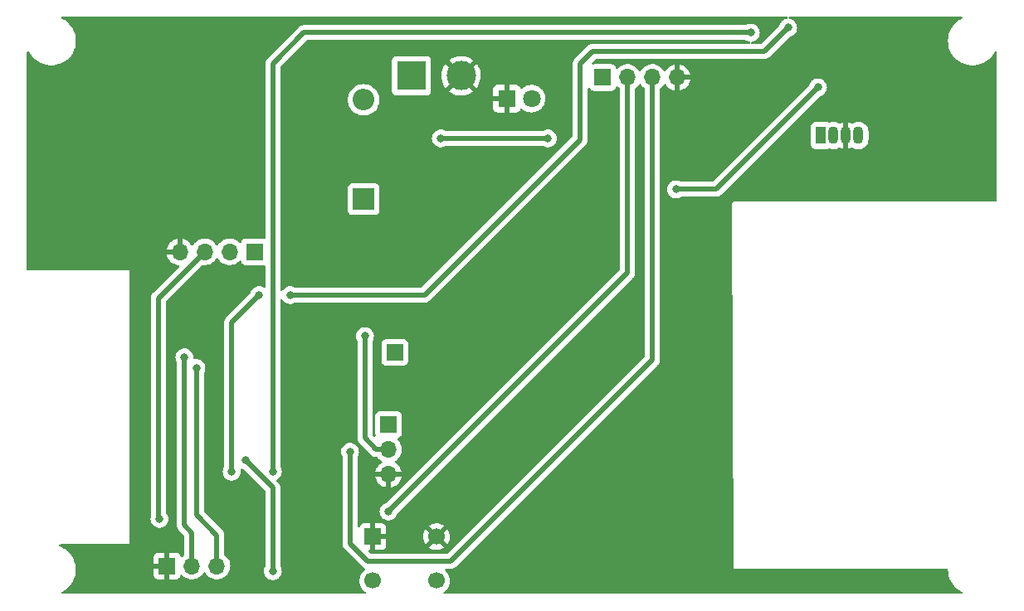
<source format=gbl>
%TF.GenerationSoftware,KiCad,Pcbnew,(6.0.4-0)*%
%TF.CreationDate,2022-11-11T12:05:06+01:00*%
%TF.ProjectId,DGPS_0.1,44475053-5f30-42e3-912e-6b696361645f,rev?*%
%TF.SameCoordinates,Original*%
%TF.FileFunction,Copper,L2,Bot*%
%TF.FilePolarity,Positive*%
%FSLAX46Y46*%
G04 Gerber Fmt 4.6, Leading zero omitted, Abs format (unit mm)*
G04 Created by KiCad (PCBNEW (6.0.4-0)) date 2022-11-11 12:05:06*
%MOMM*%
%LPD*%
G01*
G04 APERTURE LIST*
%TA.AperFunction,ComponentPad*%
%ADD10R,1.700000X1.700000*%
%TD*%
%TA.AperFunction,ComponentPad*%
%ADD11R,2.200000X2.200000*%
%TD*%
%TA.AperFunction,ComponentPad*%
%ADD12O,2.200000X2.200000*%
%TD*%
%TA.AperFunction,ComponentPad*%
%ADD13O,1.700000X1.700000*%
%TD*%
%TA.AperFunction,ComponentPad*%
%ADD14R,1.800000X1.800000*%
%TD*%
%TA.AperFunction,ComponentPad*%
%ADD15C,1.800000*%
%TD*%
%TA.AperFunction,ComponentPad*%
%ADD16R,1.070000X1.800000*%
%TD*%
%TA.AperFunction,ComponentPad*%
%ADD17O,1.070000X1.800000*%
%TD*%
%TA.AperFunction,ComponentPad*%
%ADD18C,1.700000*%
%TD*%
%TA.AperFunction,ComponentPad*%
%ADD19R,3.000000X3.000000*%
%TD*%
%TA.AperFunction,ComponentPad*%
%ADD20C,3.000000*%
%TD*%
%TA.AperFunction,ViaPad*%
%ADD21C,0.800000*%
%TD*%
%TA.AperFunction,Conductor*%
%ADD22C,0.500000*%
%TD*%
G04 APERTURE END LIST*
D10*
X138049000Y-74803000D03*
D11*
X134874000Y-59182000D03*
D12*
X134874000Y-49022000D03*
D10*
X137414000Y-82184000D03*
D13*
X137414000Y-84724000D03*
X137414000Y-87264000D03*
D10*
X159256000Y-46746000D03*
D13*
X161796000Y-46746000D03*
X164336000Y-46746000D03*
X166876000Y-46746000D03*
D10*
X114823000Y-96622000D03*
D13*
X117363000Y-96622000D03*
X119903000Y-96622000D03*
D14*
X149474000Y-48895000D03*
D15*
X152014000Y-48895000D03*
D10*
X123736000Y-64535000D03*
D13*
X121196000Y-64535000D03*
X118656000Y-64535000D03*
X116116000Y-64535000D03*
D16*
X181526000Y-52670000D03*
D17*
X182796000Y-52670000D03*
X184066000Y-52670000D03*
X185336000Y-52670000D03*
D18*
X142315000Y-93635000D03*
D10*
X135815000Y-93635000D03*
D18*
X135815000Y-98135000D03*
X142315000Y-98135000D03*
D19*
X139738000Y-46574000D03*
D20*
X144818000Y-46574000D03*
D21*
X142748000Y-52959000D03*
X114046000Y-91821000D03*
X153670000Y-52959000D03*
X125603000Y-97155000D03*
X122809000Y-85852000D03*
X124206000Y-68961000D03*
X178181000Y-41656000D03*
X127381000Y-68961000D03*
X121412000Y-86995000D03*
X125603000Y-86974500D03*
X174371000Y-42164000D03*
X181229000Y-47752000D03*
X166751000Y-58166000D03*
X135001000Y-73152000D03*
X117810000Y-76408000D03*
X116586000Y-75311000D03*
X137414000Y-91059000D03*
X133477000Y-84963000D03*
D22*
X113919000Y-91694000D02*
X114046000Y-91821000D01*
X118656000Y-64535000D02*
X113919000Y-69272000D01*
X113919000Y-69272000D02*
X113919000Y-91694000D01*
X153670000Y-52959000D02*
X142748000Y-52959000D01*
X122809000Y-85852000D02*
X125603000Y-88646000D01*
X125603000Y-88646000D02*
X125603000Y-97155000D01*
X156972000Y-45339000D02*
X158242000Y-44069000D01*
X175768000Y-44069000D02*
X178181000Y-41656000D01*
X158242000Y-44069000D02*
X175006000Y-44069000D01*
X156972000Y-53086000D02*
X156972000Y-45339000D01*
X141097000Y-68961000D02*
X156845000Y-53213000D01*
X156845000Y-53213000D02*
X156972000Y-53086000D01*
X121412000Y-71755000D02*
X124206000Y-68961000D01*
X127381000Y-68961000D02*
X141097000Y-68961000D01*
X121412000Y-86995000D02*
X121412000Y-71755000D01*
X175006000Y-44069000D02*
X175768000Y-44069000D01*
X128778000Y-42164000D02*
X125603000Y-45339000D01*
X174371000Y-42164000D02*
X128778000Y-42164000D01*
X125603000Y-45339000D02*
X125603000Y-86974500D01*
X170815000Y-58166000D02*
X166751000Y-58166000D01*
X181229000Y-47752000D02*
X170815000Y-58166000D01*
X135001000Y-83566000D02*
X136159000Y-84724000D01*
X135001000Y-73152000D02*
X135001000Y-83566000D01*
X136159000Y-84724000D02*
X137414000Y-84724000D01*
X119903000Y-93487000D02*
X119903000Y-96622000D01*
X117810000Y-76408000D02*
X117810000Y-91394000D01*
X117810000Y-91394000D02*
X119903000Y-93487000D01*
X116586000Y-75311000D02*
X116586000Y-92456000D01*
X116586000Y-92456000D02*
X117363000Y-93233000D01*
X117363000Y-93233000D02*
X117363000Y-96622000D01*
X161796000Y-66677000D02*
X161796000Y-46746000D01*
X137414000Y-91059000D02*
X161796000Y-66677000D01*
X133477000Y-94361000D02*
X133477000Y-84963000D01*
X135255000Y-96139000D02*
X133477000Y-94361000D01*
X164336000Y-69090000D02*
X164336000Y-75567000D01*
X143764000Y-96139000D02*
X135255000Y-96139000D01*
X164336000Y-46746000D02*
X164336000Y-69090000D01*
X164336000Y-75567000D02*
X143764000Y-96139000D01*
%TA.AperFunction,Conductor*%
G36*
X195902387Y-40528502D02*
G01*
X195948880Y-40582158D01*
X195958984Y-40652432D01*
X195929490Y-40717012D01*
X195894967Y-40744914D01*
X195669688Y-40868763D01*
X195653221Y-40877816D01*
X195397860Y-41063346D01*
X195167767Y-41279418D01*
X194966568Y-41522625D01*
X194797438Y-41789131D01*
X194795754Y-41792710D01*
X194795750Y-41792717D01*
X194685244Y-42027556D01*
X194663044Y-42074734D01*
X194565505Y-42374928D01*
X194506359Y-42684980D01*
X194488833Y-42963559D01*
X194486540Y-43000000D01*
X194506359Y-43315020D01*
X194565505Y-43625072D01*
X194663044Y-43925266D01*
X194664731Y-43928852D01*
X194664733Y-43928856D01*
X194795750Y-44207283D01*
X194795754Y-44207290D01*
X194797438Y-44210869D01*
X194966568Y-44477375D01*
X195039308Y-44565302D01*
X195155173Y-44705358D01*
X195167767Y-44720582D01*
X195397860Y-44936654D01*
X195653221Y-45122184D01*
X195656690Y-45124091D01*
X195656693Y-45124093D01*
X195924124Y-45271115D01*
X195929821Y-45274247D01*
X195933490Y-45275700D01*
X195933495Y-45275702D01*
X196219386Y-45388894D01*
X196223298Y-45390443D01*
X196529025Y-45468940D01*
X196842179Y-45508500D01*
X197157821Y-45508500D01*
X197470975Y-45468940D01*
X197776702Y-45390443D01*
X197780614Y-45388894D01*
X198066505Y-45275702D01*
X198066510Y-45275700D01*
X198070179Y-45274247D01*
X198075876Y-45271115D01*
X198343307Y-45124093D01*
X198343310Y-45124091D01*
X198346779Y-45122184D01*
X198602140Y-44936654D01*
X198832233Y-44720582D01*
X198844828Y-44705358D01*
X198960692Y-44565302D01*
X199033432Y-44477375D01*
X199202562Y-44210869D01*
X199251492Y-44106887D01*
X199298594Y-44053766D01*
X199366939Y-44034543D01*
X199434827Y-44055322D01*
X199480704Y-44109505D01*
X199491500Y-44160535D01*
X199491500Y-59310000D01*
X199471498Y-59378121D01*
X199417842Y-59424614D01*
X199365500Y-59436000D01*
X172593000Y-59436000D01*
X172466000Y-59563000D01*
X172466036Y-59573584D01*
X172592928Y-96879687D01*
X172593000Y-96901000D01*
X194361990Y-96901000D01*
X194430111Y-96921002D01*
X194476604Y-96974658D01*
X194487741Y-97019089D01*
X194506359Y-97315020D01*
X194565505Y-97625072D01*
X194663044Y-97925266D01*
X194664731Y-97928852D01*
X194664733Y-97928856D01*
X194795750Y-98207283D01*
X194795754Y-98207290D01*
X194797438Y-98210869D01*
X194966568Y-98477375D01*
X195167767Y-98720582D01*
X195397860Y-98936654D01*
X195401062Y-98938981D01*
X195401064Y-98938982D01*
X195407957Y-98943990D01*
X195653221Y-99122184D01*
X195656690Y-99124091D01*
X195656693Y-99124093D01*
X195894967Y-99255086D01*
X195945026Y-99305431D01*
X195959919Y-99374848D01*
X195934918Y-99441297D01*
X195877961Y-99483681D01*
X195834266Y-99491500D01*
X143146411Y-99491500D01*
X143078290Y-99471498D01*
X143031797Y-99417842D01*
X143021693Y-99347568D01*
X143051187Y-99282988D01*
X143073243Y-99262921D01*
X143093703Y-99248327D01*
X143194860Y-99176173D01*
X143353096Y-99018489D01*
X143412594Y-98935689D01*
X143480435Y-98841277D01*
X143483453Y-98837077D01*
X143542537Y-98717530D01*
X143580136Y-98641453D01*
X143580137Y-98641451D01*
X143582430Y-98636811D01*
X143647370Y-98423069D01*
X143676529Y-98201590D01*
X143677532Y-98160535D01*
X143678074Y-98138365D01*
X143678074Y-98138361D01*
X143678156Y-98135000D01*
X143659852Y-97912361D01*
X143605431Y-97695702D01*
X143516354Y-97490840D01*
X143421959Y-97344928D01*
X143397822Y-97307617D01*
X143397820Y-97307614D01*
X143395014Y-97303277D01*
X143244670Y-97138051D01*
X143232517Y-97128453D01*
X143224829Y-97122381D01*
X143183767Y-97064464D01*
X143180536Y-96993541D01*
X143216161Y-96932130D01*
X143279333Y-96899728D01*
X143302922Y-96897500D01*
X143696930Y-96897500D01*
X143715880Y-96898933D01*
X143730115Y-96901099D01*
X143730119Y-96901099D01*
X143737349Y-96902199D01*
X143744641Y-96901606D01*
X143744644Y-96901606D01*
X143790018Y-96897915D01*
X143800233Y-96897500D01*
X143808293Y-96897500D01*
X143821583Y-96895951D01*
X143836507Y-96894211D01*
X143840882Y-96893778D01*
X143906339Y-96888454D01*
X143906342Y-96888453D01*
X143913637Y-96887860D01*
X143920601Y-96885604D01*
X143926560Y-96884413D01*
X143932415Y-96883029D01*
X143939681Y-96882182D01*
X144008327Y-96857265D01*
X144012455Y-96855848D01*
X144074936Y-96835607D01*
X144074938Y-96835606D01*
X144081899Y-96833351D01*
X144088154Y-96829555D01*
X144093628Y-96827049D01*
X144099058Y-96824330D01*
X144105937Y-96821833D01*
X144112058Y-96817820D01*
X144166976Y-96781814D01*
X144170680Y-96779477D01*
X144233107Y-96741595D01*
X144241484Y-96734197D01*
X144241508Y-96734224D01*
X144244500Y-96731571D01*
X144247733Y-96728868D01*
X144253852Y-96724856D01*
X144307128Y-96668617D01*
X144309506Y-96666175D01*
X164824911Y-76150770D01*
X164839323Y-76138384D01*
X164850918Y-76129851D01*
X164850923Y-76129846D01*
X164856818Y-76125508D01*
X164861557Y-76119930D01*
X164861560Y-76119927D01*
X164891035Y-76085232D01*
X164897965Y-76077716D01*
X164903660Y-76072021D01*
X164921281Y-76049749D01*
X164924072Y-76046345D01*
X164966591Y-75996297D01*
X164966592Y-75996295D01*
X164971333Y-75990715D01*
X164974661Y-75984199D01*
X164978028Y-75979150D01*
X164981195Y-75974021D01*
X164985734Y-75968284D01*
X165016655Y-75902125D01*
X165018561Y-75898225D01*
X165022099Y-75891297D01*
X165051769Y-75833192D01*
X165053508Y-75826084D01*
X165055607Y-75820441D01*
X165057524Y-75814678D01*
X165060622Y-75808050D01*
X165075487Y-75736583D01*
X165076457Y-75732299D01*
X165093808Y-75661390D01*
X165094500Y-75650236D01*
X165094536Y-75650238D01*
X165094775Y-75646245D01*
X165095149Y-75642053D01*
X165096640Y-75634885D01*
X165094546Y-75557479D01*
X165094500Y-75554072D01*
X165094500Y-58166000D01*
X165837496Y-58166000D01*
X165857458Y-58355928D01*
X165916473Y-58537556D01*
X166011960Y-58702944D01*
X166016378Y-58707851D01*
X166016379Y-58707852D01*
X166107286Y-58808814D01*
X166139747Y-58844866D01*
X166192025Y-58882848D01*
X166288904Y-58953235D01*
X166294248Y-58957118D01*
X166300276Y-58959802D01*
X166300278Y-58959803D01*
X166462681Y-59032109D01*
X166468712Y-59034794D01*
X166562112Y-59054647D01*
X166649056Y-59073128D01*
X166649061Y-59073128D01*
X166655513Y-59074500D01*
X166846487Y-59074500D01*
X166852939Y-59073128D01*
X166852944Y-59073128D01*
X166939888Y-59054647D01*
X167033288Y-59034794D01*
X167039319Y-59032109D01*
X167201722Y-58959803D01*
X167201724Y-58959802D01*
X167207752Y-58957118D01*
X167213091Y-58953239D01*
X167213098Y-58953235D01*
X167219528Y-58948563D01*
X167293587Y-58924500D01*
X170747930Y-58924500D01*
X170766880Y-58925933D01*
X170781115Y-58928099D01*
X170781119Y-58928099D01*
X170788349Y-58929199D01*
X170795641Y-58928606D01*
X170795644Y-58928606D01*
X170841018Y-58924915D01*
X170851233Y-58924500D01*
X170859293Y-58924500D01*
X170872583Y-58922951D01*
X170887507Y-58921211D01*
X170891882Y-58920778D01*
X170957339Y-58915454D01*
X170957342Y-58915453D01*
X170964637Y-58914860D01*
X170971601Y-58912604D01*
X170977560Y-58911413D01*
X170983415Y-58910029D01*
X170990681Y-58909182D01*
X171059327Y-58884265D01*
X171063455Y-58882848D01*
X171125936Y-58862607D01*
X171125938Y-58862606D01*
X171132899Y-58860351D01*
X171139154Y-58856555D01*
X171144628Y-58854049D01*
X171150058Y-58851330D01*
X171156937Y-58848833D01*
X171217976Y-58808814D01*
X171221680Y-58806477D01*
X171284107Y-58768595D01*
X171292484Y-58761197D01*
X171292508Y-58761224D01*
X171295500Y-58758571D01*
X171298733Y-58755868D01*
X171304852Y-58751856D01*
X171358128Y-58695617D01*
X171360506Y-58693175D01*
X176435547Y-53618134D01*
X180482500Y-53618134D01*
X180489255Y-53680316D01*
X180540385Y-53816705D01*
X180627739Y-53933261D01*
X180744295Y-54020615D01*
X180880684Y-54071745D01*
X180942866Y-54078500D01*
X182109134Y-54078500D01*
X182171316Y-54071745D01*
X182284242Y-54029411D01*
X182299303Y-54023765D01*
X182299304Y-54023764D01*
X182307705Y-54020615D01*
X182312467Y-54017046D01*
X182380338Y-54002201D01*
X182408750Y-54007525D01*
X182585160Y-54062133D01*
X182591282Y-54062776D01*
X182591285Y-54062777D01*
X182782551Y-54082879D01*
X182782553Y-54082879D01*
X182788680Y-54083523D01*
X182874066Y-54075752D01*
X182986339Y-54065535D01*
X182986342Y-54065534D01*
X182992478Y-54064976D01*
X182998384Y-54063238D01*
X182998388Y-54063237D01*
X183113319Y-54029411D01*
X183188793Y-54007198D01*
X183194251Y-54004345D01*
X183194255Y-54004343D01*
X183370147Y-53912388D01*
X183370880Y-53913789D01*
X183431442Y-53895457D01*
X183492420Y-53910618D01*
X183654440Y-53998223D01*
X183665755Y-54002979D01*
X183794692Y-54042892D01*
X183808795Y-54043098D01*
X183812000Y-54036343D01*
X183812000Y-53302888D01*
X183817899Y-53264787D01*
X183819774Y-53258878D01*
X183819775Y-53258871D01*
X183821636Y-53253006D01*
X183839500Y-53093744D01*
X183839500Y-53086495D01*
X184292500Y-53086495D01*
X184307420Y-53238664D01*
X184309202Y-53244566D01*
X184314622Y-53262518D01*
X184320000Y-53298936D01*
X184320000Y-54029411D01*
X184323973Y-54042942D01*
X184331768Y-54044062D01*
X184452686Y-54008474D01*
X184464070Y-54003875D01*
X184639872Y-53911968D01*
X184640716Y-53913583D01*
X184700460Y-53895497D01*
X184761439Y-53910657D01*
X184929671Y-54001619D01*
X185125160Y-54062133D01*
X185131282Y-54062776D01*
X185131285Y-54062777D01*
X185322551Y-54082879D01*
X185322553Y-54082879D01*
X185328680Y-54083523D01*
X185414066Y-54075752D01*
X185526339Y-54065535D01*
X185526342Y-54065534D01*
X185532478Y-54064976D01*
X185538384Y-54063238D01*
X185538388Y-54063237D01*
X185653319Y-54029411D01*
X185728793Y-54007198D01*
X185734251Y-54004345D01*
X185734255Y-54004343D01*
X185859928Y-53938642D01*
X185910147Y-53912388D01*
X185931156Y-53895497D01*
X186064824Y-53788025D01*
X186069631Y-53784160D01*
X186201172Y-53627396D01*
X186299758Y-53448067D01*
X186361636Y-53253006D01*
X186379500Y-53093744D01*
X186379500Y-52253505D01*
X186364580Y-52101336D01*
X186305432Y-51905429D01*
X186209359Y-51724742D01*
X186205469Y-51719972D01*
X186205466Y-51719968D01*
X186083915Y-51570932D01*
X186083912Y-51570929D01*
X186080020Y-51566157D01*
X186038373Y-51531703D01*
X186001181Y-51500935D01*
X185922341Y-51435713D01*
X185742329Y-51338381D01*
X185546840Y-51277867D01*
X185540718Y-51277224D01*
X185540715Y-51277223D01*
X185349449Y-51257121D01*
X185349447Y-51257121D01*
X185343320Y-51256477D01*
X185284072Y-51261869D01*
X185145661Y-51274465D01*
X185145658Y-51274466D01*
X185139522Y-51275024D01*
X185133616Y-51276762D01*
X185133612Y-51276763D01*
X185065186Y-51296902D01*
X184943207Y-51332802D01*
X184937749Y-51335655D01*
X184937745Y-51335657D01*
X184761853Y-51427612D01*
X184761120Y-51426211D01*
X184700558Y-51444543D01*
X184639580Y-51429382D01*
X184477560Y-51341777D01*
X184466245Y-51337021D01*
X184337308Y-51297108D01*
X184323205Y-51296902D01*
X184320000Y-51303657D01*
X184320000Y-52037112D01*
X184314101Y-52075213D01*
X184312226Y-52081122D01*
X184312225Y-52081129D01*
X184310364Y-52086994D01*
X184292500Y-52246256D01*
X184292500Y-53086495D01*
X183839500Y-53086495D01*
X183839500Y-52253505D01*
X183824580Y-52101336D01*
X183817378Y-52077482D01*
X183812000Y-52041064D01*
X183812000Y-51310589D01*
X183808027Y-51297058D01*
X183800232Y-51295938D01*
X183679314Y-51331526D01*
X183667930Y-51336125D01*
X183492128Y-51428032D01*
X183491284Y-51426417D01*
X183431540Y-51444503D01*
X183370561Y-51429343D01*
X183202329Y-51338381D01*
X183006840Y-51277867D01*
X183000718Y-51277224D01*
X183000715Y-51277223D01*
X182809449Y-51257121D01*
X182809447Y-51257121D01*
X182803320Y-51256477D01*
X182744072Y-51261869D01*
X182605661Y-51274465D01*
X182605658Y-51274466D01*
X182599522Y-51275024D01*
X182593616Y-51276762D01*
X182593612Y-51276763D01*
X182524486Y-51297108D01*
X182405500Y-51332127D01*
X182334504Y-51332172D01*
X182312716Y-51323140D01*
X182307705Y-51319385D01*
X182299304Y-51316236D01*
X182299301Y-51316234D01*
X182187881Y-51274465D01*
X182171316Y-51268255D01*
X182109134Y-51261500D01*
X180942866Y-51261500D01*
X180880684Y-51268255D01*
X180744295Y-51319385D01*
X180627739Y-51406739D01*
X180540385Y-51523295D01*
X180489255Y-51659684D01*
X180482500Y-51721866D01*
X180482500Y-53618134D01*
X176435547Y-53618134D01*
X181385331Y-48668350D01*
X181448228Y-48634199D01*
X181504824Y-48622169D01*
X181504833Y-48622166D01*
X181511288Y-48620794D01*
X181594228Y-48583867D01*
X181679722Y-48545803D01*
X181679724Y-48545802D01*
X181685752Y-48543118D01*
X181691601Y-48538869D01*
X181741157Y-48502864D01*
X181840253Y-48430866D01*
X181968040Y-48288944D01*
X182040376Y-48163654D01*
X182060223Y-48129279D01*
X182060224Y-48129278D01*
X182063527Y-48123556D01*
X182122542Y-47941928D01*
X182124757Y-47920860D01*
X182141814Y-47758565D01*
X182142504Y-47752000D01*
X182138520Y-47714090D01*
X182123232Y-47568635D01*
X182123232Y-47568633D01*
X182122542Y-47562072D01*
X182063527Y-47380444D01*
X181968040Y-47215056D01*
X181863520Y-47098974D01*
X181844675Y-47078045D01*
X181844674Y-47078044D01*
X181840253Y-47073134D01*
X181685752Y-46960882D01*
X181679724Y-46958198D01*
X181679722Y-46958197D01*
X181517319Y-46885891D01*
X181517318Y-46885891D01*
X181511288Y-46883206D01*
X181417887Y-46863353D01*
X181330944Y-46844872D01*
X181330939Y-46844872D01*
X181324487Y-46843500D01*
X181133513Y-46843500D01*
X181127061Y-46844872D01*
X181127056Y-46844872D01*
X181040113Y-46863353D01*
X180946712Y-46883206D01*
X180940682Y-46885891D01*
X180940681Y-46885891D01*
X180778278Y-46958197D01*
X180778276Y-46958198D01*
X180772248Y-46960882D01*
X180617747Y-47073134D01*
X180613326Y-47078044D01*
X180613325Y-47078045D01*
X180594481Y-47098974D01*
X180489960Y-47215056D01*
X180394473Y-47380444D01*
X180345786Y-47530288D01*
X180339613Y-47549285D01*
X180308875Y-47599444D01*
X170537724Y-57370595D01*
X170475412Y-57404621D01*
X170448629Y-57407500D01*
X167293587Y-57407500D01*
X167219528Y-57383437D01*
X167213098Y-57378765D01*
X167213091Y-57378761D01*
X167207752Y-57374882D01*
X167201724Y-57372198D01*
X167201722Y-57372197D01*
X167039319Y-57299891D01*
X167039318Y-57299891D01*
X167033288Y-57297206D01*
X166939887Y-57277353D01*
X166852944Y-57258872D01*
X166852939Y-57258872D01*
X166846487Y-57257500D01*
X166655513Y-57257500D01*
X166649061Y-57258872D01*
X166649056Y-57258872D01*
X166562113Y-57277353D01*
X166468712Y-57297206D01*
X166462682Y-57299891D01*
X166462681Y-57299891D01*
X166300278Y-57372197D01*
X166300276Y-57372198D01*
X166294248Y-57374882D01*
X166288907Y-57378762D01*
X166288906Y-57378763D01*
X166282473Y-57383437D01*
X166139747Y-57487134D01*
X166135326Y-57492044D01*
X166135325Y-57492045D01*
X166055901Y-57580255D01*
X166011960Y-57629056D01*
X165916473Y-57794444D01*
X165857458Y-57976072D01*
X165856768Y-57982633D01*
X165856768Y-57982635D01*
X165838186Y-58159435D01*
X165837496Y-58166000D01*
X165094500Y-58166000D01*
X165094500Y-47938632D01*
X165114502Y-47870511D01*
X165147331Y-47836054D01*
X165215860Y-47787173D01*
X165261843Y-47741351D01*
X165370435Y-47633137D01*
X165374096Y-47629489D01*
X165395686Y-47599444D01*
X165504453Y-47448077D01*
X165505640Y-47448930D01*
X165552960Y-47405362D01*
X165622897Y-47393145D01*
X165688338Y-47420678D01*
X165716166Y-47452511D01*
X165773694Y-47546388D01*
X165779777Y-47554699D01*
X165919213Y-47715667D01*
X165926580Y-47722883D01*
X166090434Y-47858916D01*
X166098881Y-47864831D01*
X166282756Y-47972279D01*
X166292042Y-47976729D01*
X166491001Y-48052703D01*
X166500899Y-48055579D01*
X166604250Y-48076606D01*
X166618299Y-48075410D01*
X166622000Y-48065065D01*
X166622000Y-48064517D01*
X167130000Y-48064517D01*
X167134064Y-48078359D01*
X167147478Y-48080393D01*
X167154184Y-48079534D01*
X167164262Y-48077392D01*
X167368255Y-48016191D01*
X167377842Y-48012433D01*
X167569095Y-47918739D01*
X167577945Y-47913464D01*
X167751328Y-47789792D01*
X167759200Y-47783139D01*
X167910052Y-47632812D01*
X167916730Y-47624965D01*
X168041003Y-47452020D01*
X168046313Y-47443183D01*
X168140670Y-47252267D01*
X168144469Y-47242672D01*
X168206377Y-47038910D01*
X168208555Y-47028837D01*
X168209986Y-47017962D01*
X168207775Y-47003778D01*
X168194617Y-47000000D01*
X167148115Y-47000000D01*
X167132876Y-47004475D01*
X167131671Y-47005865D01*
X167130000Y-47013548D01*
X167130000Y-48064517D01*
X166622000Y-48064517D01*
X166622000Y-46473885D01*
X167130000Y-46473885D01*
X167134475Y-46489124D01*
X167135865Y-46490329D01*
X167143548Y-46492000D01*
X168194344Y-46492000D01*
X168207875Y-46488027D01*
X168209180Y-46478947D01*
X168167214Y-46311875D01*
X168163894Y-46302124D01*
X168078972Y-46106814D01*
X168074105Y-46097739D01*
X167958426Y-45918926D01*
X167952136Y-45910757D01*
X167808806Y-45753240D01*
X167801273Y-45746215D01*
X167634139Y-45614222D01*
X167625552Y-45608517D01*
X167439117Y-45505599D01*
X167429705Y-45501369D01*
X167228959Y-45430280D01*
X167218988Y-45427646D01*
X167147837Y-45414972D01*
X167134540Y-45416432D01*
X167130000Y-45430989D01*
X167130000Y-46473885D01*
X166622000Y-46473885D01*
X166622000Y-45429102D01*
X166618082Y-45415758D01*
X166603806Y-45413771D01*
X166565324Y-45419660D01*
X166555288Y-45422051D01*
X166352868Y-45488212D01*
X166343359Y-45492209D01*
X166154463Y-45590542D01*
X166145738Y-45596036D01*
X165975433Y-45723905D01*
X165967726Y-45730748D01*
X165820590Y-45884717D01*
X165814109Y-45892722D01*
X165709498Y-46046074D01*
X165654587Y-46091076D01*
X165584062Y-46099247D01*
X165520315Y-46067993D01*
X165499618Y-46043509D01*
X165418822Y-45918617D01*
X165418820Y-45918614D01*
X165416014Y-45914277D01*
X165265670Y-45749051D01*
X165261619Y-45745852D01*
X165261615Y-45745848D01*
X165094414Y-45613800D01*
X165094410Y-45613798D01*
X165090359Y-45610598D01*
X165054028Y-45590542D01*
X165038136Y-45581769D01*
X164894789Y-45502638D01*
X164889920Y-45500914D01*
X164889916Y-45500912D01*
X164689087Y-45429795D01*
X164689083Y-45429794D01*
X164684212Y-45428069D01*
X164679119Y-45427162D01*
X164679116Y-45427161D01*
X164469373Y-45389800D01*
X164469367Y-45389799D01*
X164464284Y-45388894D01*
X164390452Y-45387992D01*
X164246081Y-45386228D01*
X164246079Y-45386228D01*
X164240911Y-45386165D01*
X164020091Y-45419955D01*
X163807756Y-45489357D01*
X163609607Y-45592507D01*
X163605474Y-45595610D01*
X163605471Y-45595612D01*
X163459286Y-45705371D01*
X163430965Y-45726635D01*
X163427393Y-45730373D01*
X163319729Y-45843037D01*
X163276629Y-45888138D01*
X163169201Y-46045621D01*
X163114293Y-46090621D01*
X163043768Y-46098792D01*
X162980021Y-46067538D01*
X162959324Y-46043054D01*
X162878822Y-45918617D01*
X162878820Y-45918614D01*
X162876014Y-45914277D01*
X162725670Y-45749051D01*
X162721619Y-45745852D01*
X162721615Y-45745848D01*
X162554414Y-45613800D01*
X162554410Y-45613798D01*
X162550359Y-45610598D01*
X162514028Y-45590542D01*
X162498136Y-45581769D01*
X162354789Y-45502638D01*
X162349920Y-45500914D01*
X162349916Y-45500912D01*
X162149087Y-45429795D01*
X162149083Y-45429794D01*
X162144212Y-45428069D01*
X162139119Y-45427162D01*
X162139116Y-45427161D01*
X161929373Y-45389800D01*
X161929367Y-45389799D01*
X161924284Y-45388894D01*
X161850452Y-45387992D01*
X161706081Y-45386228D01*
X161706079Y-45386228D01*
X161700911Y-45386165D01*
X161480091Y-45419955D01*
X161267756Y-45489357D01*
X161069607Y-45592507D01*
X161065474Y-45595610D01*
X161065471Y-45595612D01*
X160919286Y-45705371D01*
X160890965Y-45726635D01*
X160834537Y-45785684D01*
X160810283Y-45811064D01*
X160748759Y-45846494D01*
X160677846Y-45843037D01*
X160620060Y-45801791D01*
X160601207Y-45768243D01*
X160559767Y-45657703D01*
X160556615Y-45649295D01*
X160469261Y-45532739D01*
X160352705Y-45445385D01*
X160216316Y-45394255D01*
X160154134Y-45387500D01*
X158357866Y-45387500D01*
X158354471Y-45387869D01*
X158354467Y-45387869D01*
X158307803Y-45392938D01*
X158237920Y-45380409D01*
X158185905Y-45332088D01*
X158168271Y-45263316D01*
X158190618Y-45195928D01*
X158205101Y-45178580D01*
X158519276Y-44864405D01*
X158581588Y-44830379D01*
X158608371Y-44827500D01*
X175700930Y-44827500D01*
X175719880Y-44828933D01*
X175734115Y-44831099D01*
X175734119Y-44831099D01*
X175741349Y-44832199D01*
X175748641Y-44831606D01*
X175748644Y-44831606D01*
X175794018Y-44827915D01*
X175804233Y-44827500D01*
X175812293Y-44827500D01*
X175825583Y-44825951D01*
X175840507Y-44824211D01*
X175844882Y-44823778D01*
X175910339Y-44818454D01*
X175910342Y-44818453D01*
X175917637Y-44817860D01*
X175924601Y-44815604D01*
X175930560Y-44814413D01*
X175936415Y-44813029D01*
X175943681Y-44812182D01*
X176012327Y-44787265D01*
X176016455Y-44785848D01*
X176078936Y-44765607D01*
X176078938Y-44765606D01*
X176085899Y-44763351D01*
X176092154Y-44759555D01*
X176097628Y-44757049D01*
X176103058Y-44754330D01*
X176109937Y-44751833D01*
X176116058Y-44747820D01*
X176170976Y-44711814D01*
X176174680Y-44709477D01*
X176237107Y-44671595D01*
X176245484Y-44664197D01*
X176245508Y-44664224D01*
X176248500Y-44661571D01*
X176251733Y-44658868D01*
X176257852Y-44654856D01*
X176311128Y-44598617D01*
X176313506Y-44596175D01*
X178337331Y-42572350D01*
X178400228Y-42538199D01*
X178456824Y-42526169D01*
X178456833Y-42526166D01*
X178463288Y-42524794D01*
X178475536Y-42519341D01*
X178631722Y-42449803D01*
X178631724Y-42449802D01*
X178637752Y-42447118D01*
X178792253Y-42334866D01*
X178796675Y-42329955D01*
X178915621Y-42197852D01*
X178915622Y-42197851D01*
X178920040Y-42192944D01*
X179015527Y-42027556D01*
X179074542Y-41845928D01*
X179094504Y-41656000D01*
X179085339Y-41568803D01*
X179075232Y-41472635D01*
X179075232Y-41472633D01*
X179074542Y-41466072D01*
X179015527Y-41284444D01*
X178920040Y-41119056D01*
X178867783Y-41061018D01*
X178796675Y-40982045D01*
X178796674Y-40982044D01*
X178792253Y-40977134D01*
X178637752Y-40864882D01*
X178631724Y-40862198D01*
X178631722Y-40862197D01*
X178469319Y-40789891D01*
X178469318Y-40789891D01*
X178463288Y-40787206D01*
X178324695Y-40757747D01*
X178262222Y-40724018D01*
X178227900Y-40661869D01*
X178232628Y-40591030D01*
X178274904Y-40533992D01*
X178341305Y-40508865D01*
X178350892Y-40508500D01*
X195834266Y-40508500D01*
X195902387Y-40528502D01*
G37*
%TD.AperFunction*%
%TA.AperFunction,Conductor*%
G36*
X178079229Y-40528502D02*
G01*
X178125722Y-40582158D01*
X178135826Y-40652432D01*
X178106332Y-40717012D01*
X178046606Y-40755396D01*
X178037305Y-40757747D01*
X177898712Y-40787206D01*
X177892682Y-40789891D01*
X177892681Y-40789891D01*
X177730278Y-40862197D01*
X177730276Y-40862198D01*
X177724248Y-40864882D01*
X177569747Y-40977134D01*
X177565326Y-40982044D01*
X177565325Y-40982045D01*
X177494218Y-41061018D01*
X177441960Y-41119056D01*
X177346473Y-41284444D01*
X177301352Y-41423313D01*
X177291613Y-41453285D01*
X177260875Y-41503444D01*
X175490724Y-43273595D01*
X175428412Y-43307621D01*
X175401629Y-43310500D01*
X174545597Y-43310500D01*
X174477476Y-43290498D01*
X174430983Y-43236842D01*
X174420879Y-43166568D01*
X174450373Y-43101988D01*
X174510099Y-43063604D01*
X174519400Y-43061253D01*
X174535090Y-43057918D01*
X174653288Y-43032794D01*
X174726945Y-43000000D01*
X174821722Y-42957803D01*
X174821724Y-42957802D01*
X174827752Y-42955118D01*
X174833097Y-42951235D01*
X174883157Y-42914864D01*
X174982253Y-42842866D01*
X175110040Y-42700944D01*
X175205527Y-42535556D01*
X175264542Y-42353928D01*
X175266138Y-42338749D01*
X175283814Y-42170565D01*
X175284504Y-42164000D01*
X175276723Y-42089968D01*
X175265232Y-41980635D01*
X175265232Y-41980633D01*
X175264542Y-41974072D01*
X175205527Y-41792444D01*
X175110040Y-41627056D01*
X175070783Y-41583456D01*
X174986675Y-41490045D01*
X174986674Y-41490044D01*
X174982253Y-41485134D01*
X174872647Y-41405500D01*
X174833094Y-41376763D01*
X174833093Y-41376762D01*
X174827752Y-41372882D01*
X174821724Y-41370198D01*
X174821722Y-41370197D01*
X174659319Y-41297891D01*
X174659318Y-41297891D01*
X174653288Y-41295206D01*
X174559888Y-41275353D01*
X174472944Y-41256872D01*
X174472939Y-41256872D01*
X174466487Y-41255500D01*
X174275513Y-41255500D01*
X174269061Y-41256872D01*
X174269056Y-41256872D01*
X174182112Y-41275353D01*
X174088712Y-41295206D01*
X174082682Y-41297891D01*
X174082681Y-41297891D01*
X173920278Y-41370197D01*
X173920276Y-41370198D01*
X173914248Y-41372882D01*
X173908909Y-41376761D01*
X173908902Y-41376765D01*
X173902472Y-41381437D01*
X173828413Y-41405500D01*
X128845070Y-41405500D01*
X128826120Y-41404067D01*
X128811885Y-41401901D01*
X128811881Y-41401901D01*
X128804651Y-41400801D01*
X128797359Y-41401394D01*
X128797356Y-41401394D01*
X128751982Y-41405085D01*
X128741767Y-41405500D01*
X128733707Y-41405500D01*
X128720417Y-41407049D01*
X128705493Y-41408789D01*
X128701118Y-41409222D01*
X128635661Y-41414546D01*
X128635658Y-41414547D01*
X128628363Y-41415140D01*
X128621399Y-41417396D01*
X128615440Y-41418587D01*
X128609585Y-41419971D01*
X128602319Y-41420818D01*
X128533673Y-41445735D01*
X128529545Y-41447152D01*
X128467064Y-41467393D01*
X128467062Y-41467394D01*
X128460101Y-41469649D01*
X128453846Y-41473445D01*
X128448372Y-41475951D01*
X128442942Y-41478670D01*
X128436063Y-41481167D01*
X128429943Y-41485180D01*
X128429942Y-41485180D01*
X128375024Y-41521186D01*
X128371320Y-41523523D01*
X128308893Y-41561405D01*
X128300516Y-41568803D01*
X128300492Y-41568776D01*
X128297500Y-41571429D01*
X128294267Y-41574132D01*
X128288148Y-41578144D01*
X128283116Y-41583456D01*
X128234872Y-41634383D01*
X128232494Y-41636825D01*
X125114089Y-44755230D01*
X125099677Y-44767616D01*
X125088082Y-44776149D01*
X125088077Y-44776154D01*
X125082182Y-44780492D01*
X125077443Y-44786070D01*
X125077440Y-44786073D01*
X125047965Y-44820768D01*
X125041035Y-44828284D01*
X125035340Y-44833979D01*
X125033060Y-44836861D01*
X125017719Y-44856251D01*
X125014928Y-44859655D01*
X125010893Y-44864405D01*
X124967667Y-44915285D01*
X124964339Y-44921801D01*
X124960972Y-44926850D01*
X124957805Y-44931979D01*
X124953266Y-44937716D01*
X124922345Y-45003875D01*
X124920442Y-45007769D01*
X124887231Y-45072808D01*
X124885492Y-45079916D01*
X124883393Y-45085559D01*
X124881476Y-45091322D01*
X124878378Y-45097950D01*
X124876888Y-45105112D01*
X124876888Y-45105113D01*
X124863514Y-45169412D01*
X124862544Y-45173696D01*
X124845192Y-45244610D01*
X124844500Y-45255764D01*
X124844464Y-45255762D01*
X124844225Y-45259755D01*
X124843851Y-45263947D01*
X124842360Y-45271115D01*
X124842558Y-45278432D01*
X124844454Y-45348521D01*
X124844500Y-45351928D01*
X124844500Y-63060031D01*
X124824498Y-63128152D01*
X124770842Y-63174645D01*
X124700568Y-63184749D01*
X124700026Y-63184646D01*
X124696316Y-63183255D01*
X124634134Y-63176500D01*
X122837866Y-63176500D01*
X122775684Y-63183255D01*
X122639295Y-63234385D01*
X122522739Y-63321739D01*
X122435385Y-63438295D01*
X122432233Y-63446703D01*
X122390919Y-63556907D01*
X122348277Y-63613671D01*
X122281716Y-63638371D01*
X122212367Y-63623163D01*
X122179743Y-63597476D01*
X122129151Y-63541875D01*
X122129142Y-63541866D01*
X122125670Y-63538051D01*
X122121619Y-63534852D01*
X122121615Y-63534848D01*
X121954414Y-63402800D01*
X121954410Y-63402798D01*
X121950359Y-63399598D01*
X121914028Y-63379542D01*
X121898136Y-63370769D01*
X121754789Y-63291638D01*
X121749920Y-63289914D01*
X121749916Y-63289912D01*
X121549087Y-63218795D01*
X121549083Y-63218794D01*
X121544212Y-63217069D01*
X121539119Y-63216162D01*
X121539116Y-63216161D01*
X121329373Y-63178800D01*
X121329367Y-63178799D01*
X121324284Y-63177894D01*
X121250452Y-63176992D01*
X121106081Y-63175228D01*
X121106079Y-63175228D01*
X121100911Y-63175165D01*
X120880091Y-63208955D01*
X120667756Y-63278357D01*
X120469607Y-63381507D01*
X120465474Y-63384610D01*
X120465471Y-63384612D01*
X120295100Y-63512530D01*
X120290965Y-63515635D01*
X120265541Y-63542240D01*
X120197280Y-63613671D01*
X120136629Y-63677138D01*
X120029201Y-63834621D01*
X119974293Y-63879621D01*
X119903768Y-63887792D01*
X119840021Y-63856538D01*
X119819324Y-63832054D01*
X119738822Y-63707617D01*
X119738820Y-63707614D01*
X119736014Y-63703277D01*
X119585670Y-63538051D01*
X119581619Y-63534852D01*
X119581615Y-63534848D01*
X119414414Y-63402800D01*
X119414410Y-63402798D01*
X119410359Y-63399598D01*
X119374028Y-63379542D01*
X119358136Y-63370769D01*
X119214789Y-63291638D01*
X119209920Y-63289914D01*
X119209916Y-63289912D01*
X119009087Y-63218795D01*
X119009083Y-63218794D01*
X119004212Y-63217069D01*
X118999119Y-63216162D01*
X118999116Y-63216161D01*
X118789373Y-63178800D01*
X118789367Y-63178799D01*
X118784284Y-63177894D01*
X118710452Y-63176992D01*
X118566081Y-63175228D01*
X118566079Y-63175228D01*
X118560911Y-63175165D01*
X118340091Y-63208955D01*
X118127756Y-63278357D01*
X117929607Y-63381507D01*
X117925474Y-63384610D01*
X117925471Y-63384612D01*
X117755100Y-63512530D01*
X117750965Y-63515635D01*
X117725541Y-63542240D01*
X117657280Y-63613671D01*
X117596629Y-63677138D01*
X117593720Y-63681403D01*
X117593714Y-63681411D01*
X117581404Y-63699457D01*
X117489204Y-63834618D01*
X117488898Y-63835066D01*
X117433987Y-63880069D01*
X117363462Y-63888240D01*
X117299715Y-63856986D01*
X117279018Y-63832502D01*
X117198426Y-63707926D01*
X117192136Y-63699757D01*
X117048806Y-63542240D01*
X117041273Y-63535215D01*
X116874139Y-63403222D01*
X116865552Y-63397517D01*
X116679117Y-63294599D01*
X116669705Y-63290369D01*
X116468959Y-63219280D01*
X116458988Y-63216646D01*
X116387837Y-63203972D01*
X116374540Y-63205432D01*
X116370000Y-63219989D01*
X116370000Y-64663000D01*
X116349998Y-64731121D01*
X116296342Y-64777614D01*
X116244000Y-64789000D01*
X114799225Y-64789000D01*
X114785694Y-64792973D01*
X114784257Y-64802966D01*
X114814565Y-64937446D01*
X114817645Y-64947275D01*
X114897770Y-65144603D01*
X114902413Y-65153794D01*
X115013694Y-65335388D01*
X115019777Y-65343699D01*
X115159213Y-65504667D01*
X115166580Y-65511883D01*
X115330434Y-65647916D01*
X115338881Y-65653831D01*
X115522756Y-65761279D01*
X115532042Y-65765729D01*
X115731001Y-65841703D01*
X115740899Y-65844579D01*
X115953870Y-65887908D01*
X116016636Y-65921090D01*
X116051498Y-65982938D01*
X116047389Y-66053815D01*
X116017845Y-66100474D01*
X113430089Y-68688230D01*
X113415677Y-68700616D01*
X113404082Y-68709149D01*
X113404077Y-68709154D01*
X113398182Y-68713492D01*
X113393443Y-68719070D01*
X113393440Y-68719073D01*
X113363965Y-68753768D01*
X113357035Y-68761284D01*
X113351340Y-68766979D01*
X113349060Y-68769861D01*
X113333719Y-68789251D01*
X113330928Y-68792655D01*
X113288409Y-68842703D01*
X113283667Y-68848285D01*
X113280339Y-68854801D01*
X113276972Y-68859850D01*
X113273805Y-68864979D01*
X113269266Y-68870716D01*
X113238345Y-68936875D01*
X113236442Y-68940769D01*
X113203231Y-69005808D01*
X113201492Y-69012916D01*
X113199393Y-69018559D01*
X113197476Y-69024322D01*
X113194378Y-69030950D01*
X113192888Y-69038112D01*
X113192888Y-69038113D01*
X113179514Y-69102412D01*
X113178544Y-69106696D01*
X113161192Y-69177610D01*
X113160500Y-69188764D01*
X113160464Y-69188762D01*
X113160225Y-69192755D01*
X113159851Y-69196947D01*
X113158360Y-69204115D01*
X113158558Y-69211432D01*
X113160454Y-69281521D01*
X113160500Y-69284928D01*
X113160500Y-91586365D01*
X113155451Y-91618245D01*
X113155871Y-91618334D01*
X113154498Y-91624794D01*
X113152458Y-91631072D01*
X113151768Y-91637633D01*
X113151768Y-91637635D01*
X113133186Y-91814435D01*
X113132496Y-91821000D01*
X113133186Y-91827565D01*
X113151434Y-92001181D01*
X113152458Y-92010928D01*
X113211473Y-92192556D01*
X113306960Y-92357944D01*
X113311378Y-92362851D01*
X113311379Y-92362852D01*
X113421397Y-92485039D01*
X113434747Y-92499866D01*
X113499547Y-92546946D01*
X113580328Y-92605637D01*
X113589248Y-92612118D01*
X113595276Y-92614802D01*
X113595278Y-92614803D01*
X113757681Y-92687109D01*
X113763712Y-92689794D01*
X113857113Y-92709647D01*
X113944056Y-92728128D01*
X113944061Y-92728128D01*
X113950513Y-92729500D01*
X114141487Y-92729500D01*
X114147939Y-92728128D01*
X114147944Y-92728128D01*
X114234887Y-92709647D01*
X114328288Y-92689794D01*
X114334319Y-92687109D01*
X114496722Y-92614803D01*
X114496724Y-92614802D01*
X114502752Y-92612118D01*
X114511673Y-92605637D01*
X114592453Y-92546946D01*
X114657253Y-92499866D01*
X114670603Y-92485039D01*
X114780621Y-92362852D01*
X114780622Y-92362851D01*
X114785040Y-92357944D01*
X114880527Y-92192556D01*
X114939542Y-92010928D01*
X114940567Y-92001181D01*
X114958814Y-91827565D01*
X114959504Y-91821000D01*
X114958814Y-91814435D01*
X114940232Y-91637635D01*
X114940232Y-91637633D01*
X114939542Y-91631072D01*
X114880527Y-91449444D01*
X114785040Y-91284056D01*
X114709864Y-91200565D01*
X114679147Y-91136557D01*
X114677500Y-91116254D01*
X114677500Y-69638371D01*
X114697502Y-69570250D01*
X114714405Y-69549276D01*
X118347441Y-65916240D01*
X118409753Y-65882214D01*
X118461657Y-65881865D01*
X118494597Y-65888567D01*
X118499772Y-65888757D01*
X118499774Y-65888757D01*
X118712673Y-65896564D01*
X118712677Y-65896564D01*
X118717837Y-65896753D01*
X118722957Y-65896097D01*
X118722959Y-65896097D01*
X118934288Y-65869025D01*
X118934289Y-65869025D01*
X118939416Y-65868368D01*
X118944366Y-65866883D01*
X119148429Y-65805661D01*
X119148434Y-65805659D01*
X119153384Y-65804174D01*
X119353994Y-65705896D01*
X119535860Y-65576173D01*
X119694096Y-65418489D01*
X119824453Y-65237077D01*
X119825776Y-65238028D01*
X119872645Y-65194857D01*
X119942580Y-65182625D01*
X120008026Y-65210144D01*
X120035875Y-65241994D01*
X120095987Y-65340088D01*
X120242250Y-65508938D01*
X120414126Y-65651632D01*
X120607000Y-65764338D01*
X120815692Y-65844030D01*
X120820760Y-65845061D01*
X120820763Y-65845062D01*
X120928017Y-65866883D01*
X121034597Y-65888567D01*
X121039772Y-65888757D01*
X121039774Y-65888757D01*
X121252673Y-65896564D01*
X121252677Y-65896564D01*
X121257837Y-65896753D01*
X121262957Y-65896097D01*
X121262959Y-65896097D01*
X121474288Y-65869025D01*
X121474289Y-65869025D01*
X121479416Y-65868368D01*
X121484366Y-65866883D01*
X121688429Y-65805661D01*
X121688434Y-65805659D01*
X121693384Y-65804174D01*
X121893994Y-65705896D01*
X122075860Y-65576173D01*
X122184091Y-65468319D01*
X122246462Y-65434404D01*
X122317268Y-65439592D01*
X122374030Y-65482238D01*
X122391012Y-65513341D01*
X122435385Y-65631705D01*
X122522739Y-65748261D01*
X122639295Y-65835615D01*
X122775684Y-65886745D01*
X122837866Y-65893500D01*
X124634134Y-65893500D01*
X124696316Y-65886745D01*
X124696426Y-65887755D01*
X124760255Y-65891089D01*
X124817898Y-65932535D01*
X124843983Y-65998566D01*
X124844500Y-66009969D01*
X124844500Y-68057373D01*
X124824498Y-68125494D01*
X124770842Y-68171987D01*
X124700568Y-68182091D01*
X124663092Y-68169118D01*
X124662752Y-68169882D01*
X124494319Y-68094891D01*
X124494318Y-68094891D01*
X124488288Y-68092206D01*
X124394887Y-68072353D01*
X124307944Y-68053872D01*
X124307939Y-68053872D01*
X124301487Y-68052500D01*
X124110513Y-68052500D01*
X124104061Y-68053872D01*
X124104056Y-68053872D01*
X124017113Y-68072353D01*
X123923712Y-68092206D01*
X123917682Y-68094891D01*
X123917681Y-68094891D01*
X123755278Y-68167197D01*
X123755276Y-68167198D01*
X123749248Y-68169882D01*
X123743907Y-68173762D01*
X123743906Y-68173763D01*
X123737473Y-68178437D01*
X123594747Y-68282134D01*
X123466960Y-68424056D01*
X123371473Y-68589444D01*
X123318081Y-68753768D01*
X123316613Y-68758285D01*
X123285875Y-68808444D01*
X120923089Y-71171230D01*
X120908677Y-71183616D01*
X120897082Y-71192149D01*
X120897077Y-71192154D01*
X120891182Y-71196492D01*
X120886443Y-71202070D01*
X120886440Y-71202073D01*
X120856965Y-71236768D01*
X120850035Y-71244284D01*
X120844340Y-71249979D01*
X120842060Y-71252861D01*
X120826719Y-71272251D01*
X120823928Y-71275655D01*
X120781409Y-71325703D01*
X120776667Y-71331285D01*
X120773339Y-71337801D01*
X120769972Y-71342850D01*
X120766805Y-71347979D01*
X120762266Y-71353716D01*
X120731345Y-71419875D01*
X120729442Y-71423769D01*
X120696231Y-71488808D01*
X120694492Y-71495916D01*
X120692393Y-71501559D01*
X120690476Y-71507322D01*
X120687378Y-71513950D01*
X120685888Y-71521112D01*
X120685888Y-71521113D01*
X120672514Y-71585412D01*
X120671544Y-71589696D01*
X120654192Y-71660610D01*
X120653500Y-71671764D01*
X120653464Y-71671762D01*
X120653225Y-71675755D01*
X120652851Y-71679947D01*
X120651360Y-71687115D01*
X120651558Y-71694432D01*
X120653454Y-71764521D01*
X120653500Y-71767928D01*
X120653500Y-86458001D01*
X120636619Y-86521001D01*
X120581922Y-86615739D01*
X120577473Y-86623444D01*
X120518458Y-86805072D01*
X120498496Y-86995000D01*
X120499186Y-87001565D01*
X120515614Y-87157865D01*
X120518458Y-87184928D01*
X120577473Y-87366556D01*
X120672960Y-87531944D01*
X120800747Y-87673866D01*
X120899843Y-87745864D01*
X120936531Y-87772519D01*
X120955248Y-87786118D01*
X120961276Y-87788802D01*
X120961278Y-87788803D01*
X121083668Y-87843294D01*
X121129712Y-87863794D01*
X121223112Y-87883647D01*
X121310056Y-87902128D01*
X121310061Y-87902128D01*
X121316513Y-87903500D01*
X121507487Y-87903500D01*
X121513939Y-87902128D01*
X121513944Y-87902128D01*
X121600888Y-87883647D01*
X121694288Y-87863794D01*
X121740332Y-87843294D01*
X121862722Y-87788803D01*
X121862724Y-87788802D01*
X121868752Y-87786118D01*
X121887470Y-87772519D01*
X121924157Y-87745864D01*
X122023253Y-87673866D01*
X122151040Y-87531944D01*
X122246527Y-87366556D01*
X122305542Y-87184928D01*
X122308387Y-87157865D01*
X122324814Y-87001565D01*
X122325504Y-86995000D01*
X122308203Y-86830393D01*
X122320975Y-86760556D01*
X122369477Y-86708710D01*
X122438310Y-86691315D01*
X122484761Y-86702117D01*
X122520677Y-86718108D01*
X122520685Y-86718111D01*
X122526712Y-86720794D01*
X122533167Y-86722166D01*
X122533176Y-86722169D01*
X122589772Y-86734199D01*
X122652669Y-86768350D01*
X124807595Y-88923276D01*
X124841621Y-88985588D01*
X124844500Y-89012371D01*
X124844500Y-96618001D01*
X124827619Y-96681000D01*
X124805366Y-96719544D01*
X124784088Y-96756399D01*
X124768473Y-96783444D01*
X124709458Y-96965072D01*
X124708768Y-96971633D01*
X124708768Y-96971635D01*
X124693240Y-97119376D01*
X124689496Y-97155000D01*
X124690186Y-97161565D01*
X124706333Y-97315191D01*
X124709458Y-97344928D01*
X124768473Y-97526556D01*
X124771776Y-97532278D01*
X124771777Y-97532279D01*
X124796068Y-97574352D01*
X124863960Y-97691944D01*
X124991747Y-97833866D01*
X125067488Y-97888895D01*
X125126902Y-97932062D01*
X125146248Y-97946118D01*
X125152276Y-97948802D01*
X125152278Y-97948803D01*
X125230778Y-97983753D01*
X125320712Y-98023794D01*
X125414112Y-98043647D01*
X125501056Y-98062128D01*
X125501061Y-98062128D01*
X125507513Y-98063500D01*
X125698487Y-98063500D01*
X125704939Y-98062128D01*
X125704944Y-98062128D01*
X125791887Y-98043647D01*
X125885288Y-98023794D01*
X125975222Y-97983753D01*
X126053722Y-97948803D01*
X126053724Y-97948802D01*
X126059752Y-97946118D01*
X126079099Y-97932062D01*
X126138512Y-97888895D01*
X126214253Y-97833866D01*
X126342040Y-97691944D01*
X126409932Y-97574352D01*
X126434223Y-97532279D01*
X126434224Y-97532278D01*
X126437527Y-97526556D01*
X126496542Y-97344928D01*
X126499668Y-97315191D01*
X126515814Y-97161565D01*
X126516504Y-97155000D01*
X126512760Y-97119376D01*
X126497232Y-96971635D01*
X126497232Y-96971633D01*
X126496542Y-96965072D01*
X126437527Y-96783444D01*
X126421913Y-96756399D01*
X126400634Y-96719544D01*
X126378381Y-96681000D01*
X126361500Y-96618001D01*
X126361500Y-88713070D01*
X126362933Y-88694120D01*
X126365099Y-88679885D01*
X126365099Y-88679881D01*
X126366199Y-88672651D01*
X126361915Y-88619982D01*
X126361500Y-88609767D01*
X126361500Y-88601707D01*
X126358209Y-88573480D01*
X126357778Y-88569121D01*
X126352453Y-88503660D01*
X126351860Y-88496364D01*
X126349605Y-88489403D01*
X126348418Y-88483463D01*
X126347029Y-88477588D01*
X126346182Y-88470319D01*
X126321264Y-88401670D01*
X126319847Y-88397542D01*
X126299607Y-88335064D01*
X126299606Y-88335062D01*
X126297351Y-88328101D01*
X126293555Y-88321846D01*
X126291049Y-88316372D01*
X126288330Y-88310942D01*
X126285833Y-88304063D01*
X126245814Y-88243024D01*
X126243467Y-88239305D01*
X126240046Y-88233667D01*
X126205595Y-88176893D01*
X126198197Y-88168516D01*
X126198224Y-88168492D01*
X126195571Y-88165500D01*
X126192868Y-88162267D01*
X126188856Y-88156148D01*
X126132617Y-88102872D01*
X126130175Y-88100494D01*
X126006403Y-87976722D01*
X125972377Y-87914410D01*
X125977442Y-87843595D01*
X126019989Y-87786759D01*
X126044252Y-87772519D01*
X126053720Y-87768304D01*
X126053723Y-87768302D01*
X126059752Y-87765618D01*
X126214253Y-87653366D01*
X126332735Y-87521778D01*
X126337621Y-87516352D01*
X126337622Y-87516351D01*
X126342040Y-87511444D01*
X126437527Y-87346056D01*
X126496542Y-87164428D01*
X126516504Y-86974500D01*
X126501358Y-86830395D01*
X126497232Y-86791135D01*
X126497232Y-86791133D01*
X126496542Y-86784572D01*
X126437527Y-86602944D01*
X126378381Y-86500500D01*
X126361500Y-86437501D01*
X126361500Y-73152000D01*
X134087496Y-73152000D01*
X134107458Y-73341928D01*
X134166473Y-73523556D01*
X134169776Y-73529278D01*
X134169777Y-73529279D01*
X134225619Y-73625999D01*
X134242500Y-73688999D01*
X134242500Y-83498930D01*
X134241067Y-83517880D01*
X134237801Y-83539349D01*
X134238394Y-83546641D01*
X134238394Y-83546644D01*
X134242085Y-83592018D01*
X134242500Y-83602233D01*
X134242500Y-83610293D01*
X134242925Y-83613937D01*
X134245789Y-83638507D01*
X134246222Y-83642882D01*
X134251445Y-83707087D01*
X134252140Y-83715637D01*
X134254396Y-83722601D01*
X134255587Y-83728560D01*
X134256971Y-83734415D01*
X134257818Y-83741681D01*
X134282735Y-83810327D01*
X134284152Y-83814455D01*
X134306649Y-83883899D01*
X134310445Y-83890154D01*
X134312951Y-83895628D01*
X134315670Y-83901058D01*
X134318167Y-83907937D01*
X134322180Y-83914057D01*
X134322180Y-83914058D01*
X134358186Y-83968976D01*
X134360523Y-83972680D01*
X134398405Y-84035107D01*
X134402121Y-84039315D01*
X134402122Y-84039316D01*
X134405803Y-84043484D01*
X134405776Y-84043508D01*
X134408429Y-84046500D01*
X134411132Y-84049733D01*
X134415144Y-84055852D01*
X134420456Y-84060884D01*
X134471383Y-84109128D01*
X134473825Y-84111506D01*
X135575230Y-85212911D01*
X135587616Y-85227323D01*
X135596149Y-85238918D01*
X135596154Y-85238923D01*
X135600492Y-85244818D01*
X135606070Y-85249557D01*
X135606073Y-85249560D01*
X135640768Y-85279035D01*
X135648284Y-85285965D01*
X135653979Y-85291660D01*
X135656861Y-85293940D01*
X135676251Y-85309281D01*
X135679655Y-85312072D01*
X135712857Y-85340279D01*
X135735285Y-85359333D01*
X135741801Y-85362661D01*
X135746850Y-85366028D01*
X135751979Y-85369195D01*
X135757716Y-85373734D01*
X135823875Y-85404655D01*
X135827769Y-85406558D01*
X135892808Y-85439769D01*
X135899916Y-85441508D01*
X135905559Y-85443607D01*
X135911322Y-85445524D01*
X135917950Y-85448622D01*
X135925112Y-85450112D01*
X135925113Y-85450112D01*
X135989412Y-85463486D01*
X135993696Y-85464456D01*
X136064610Y-85481808D01*
X136070212Y-85482156D01*
X136070215Y-85482156D01*
X136075764Y-85482500D01*
X136075762Y-85482536D01*
X136079755Y-85482775D01*
X136083947Y-85483149D01*
X136091115Y-85484640D01*
X136168520Y-85482546D01*
X136171928Y-85482500D01*
X136216491Y-85482500D01*
X136284612Y-85502502D01*
X136313402Y-85529595D01*
X136313987Y-85529088D01*
X136460250Y-85697938D01*
X136632126Y-85840632D01*
X136705955Y-85883774D01*
X136754679Y-85935412D01*
X136767750Y-86005195D01*
X136741019Y-86070967D01*
X136700562Y-86104327D01*
X136692457Y-86108546D01*
X136683738Y-86114036D01*
X136513433Y-86241905D01*
X136505726Y-86248748D01*
X136358590Y-86402717D01*
X136352104Y-86410727D01*
X136232098Y-86586649D01*
X136227000Y-86595623D01*
X136137338Y-86788783D01*
X136133775Y-86798470D01*
X136078389Y-86998183D01*
X136079912Y-87006607D01*
X136092292Y-87010000D01*
X138732344Y-87010000D01*
X138745875Y-87006027D01*
X138747180Y-86996947D01*
X138705214Y-86829875D01*
X138701894Y-86820124D01*
X138616972Y-86624814D01*
X138612105Y-86615739D01*
X138496426Y-86436926D01*
X138490136Y-86428757D01*
X138346806Y-86271240D01*
X138339273Y-86264215D01*
X138172139Y-86132222D01*
X138163556Y-86126520D01*
X138126602Y-86106120D01*
X138076631Y-86055687D01*
X138061859Y-85986245D01*
X138086975Y-85919839D01*
X138114327Y-85893232D01*
X138137797Y-85876491D01*
X138293860Y-85765173D01*
X138452096Y-85607489D01*
X138540372Y-85484640D01*
X138579435Y-85430277D01*
X138582453Y-85426077D01*
X138592099Y-85406561D01*
X138679136Y-85230453D01*
X138679137Y-85230451D01*
X138681430Y-85225811D01*
X138730360Y-85064763D01*
X138744865Y-85017023D01*
X138744865Y-85017021D01*
X138746370Y-85012069D01*
X138775529Y-84790590D01*
X138775957Y-84773072D01*
X138777074Y-84727365D01*
X138777074Y-84727361D01*
X138777156Y-84724000D01*
X138758852Y-84501361D01*
X138704431Y-84284702D01*
X138615354Y-84079840D01*
X138494014Y-83892277D01*
X138480055Y-83876936D01*
X138346798Y-83730488D01*
X138315746Y-83666642D01*
X138324141Y-83596143D01*
X138369317Y-83541375D01*
X138395761Y-83527706D01*
X138502297Y-83487767D01*
X138510705Y-83484615D01*
X138627261Y-83397261D01*
X138714615Y-83280705D01*
X138765745Y-83144316D01*
X138772500Y-83082134D01*
X138772500Y-81285866D01*
X138765745Y-81223684D01*
X138714615Y-81087295D01*
X138627261Y-80970739D01*
X138510705Y-80883385D01*
X138374316Y-80832255D01*
X138312134Y-80825500D01*
X136515866Y-80825500D01*
X136453684Y-80832255D01*
X136317295Y-80883385D01*
X136200739Y-80970739D01*
X136113385Y-81087295D01*
X136062255Y-81223684D01*
X136055500Y-81285866D01*
X136055500Y-83082134D01*
X136062255Y-83144316D01*
X136102556Y-83251819D01*
X136104148Y-83256065D01*
X136109331Y-83326873D01*
X136075410Y-83389241D01*
X136013155Y-83423371D01*
X135942331Y-83418424D01*
X135897071Y-83389390D01*
X135796405Y-83288724D01*
X135762379Y-83226412D01*
X135759500Y-83199629D01*
X135759500Y-75701134D01*
X136690500Y-75701134D01*
X136697255Y-75763316D01*
X136748385Y-75899705D01*
X136835739Y-76016261D01*
X136952295Y-76103615D01*
X137088684Y-76154745D01*
X137150866Y-76161500D01*
X138947134Y-76161500D01*
X139009316Y-76154745D01*
X139145705Y-76103615D01*
X139262261Y-76016261D01*
X139349615Y-75899705D01*
X139400745Y-75763316D01*
X139407500Y-75701134D01*
X139407500Y-73904866D01*
X139400745Y-73842684D01*
X139349615Y-73706295D01*
X139262261Y-73589739D01*
X139145705Y-73502385D01*
X139009316Y-73451255D01*
X138947134Y-73444500D01*
X137150866Y-73444500D01*
X137088684Y-73451255D01*
X136952295Y-73502385D01*
X136835739Y-73589739D01*
X136748385Y-73706295D01*
X136697255Y-73842684D01*
X136690500Y-73904866D01*
X136690500Y-75701134D01*
X135759500Y-75701134D01*
X135759500Y-73688999D01*
X135776381Y-73625999D01*
X135832223Y-73529279D01*
X135832224Y-73529278D01*
X135835527Y-73523556D01*
X135894542Y-73341928D01*
X135914504Y-73152000D01*
X135894542Y-72962072D01*
X135835527Y-72780444D01*
X135740040Y-72615056D01*
X135612253Y-72473134D01*
X135457752Y-72360882D01*
X135451724Y-72358198D01*
X135451722Y-72358197D01*
X135289319Y-72285891D01*
X135289318Y-72285891D01*
X135283288Y-72283206D01*
X135189887Y-72263353D01*
X135102944Y-72244872D01*
X135102939Y-72244872D01*
X135096487Y-72243500D01*
X134905513Y-72243500D01*
X134899061Y-72244872D01*
X134899056Y-72244872D01*
X134812113Y-72263353D01*
X134718712Y-72283206D01*
X134712682Y-72285891D01*
X134712681Y-72285891D01*
X134550278Y-72358197D01*
X134550276Y-72358198D01*
X134544248Y-72360882D01*
X134389747Y-72473134D01*
X134261960Y-72615056D01*
X134166473Y-72780444D01*
X134107458Y-72962072D01*
X134087496Y-73152000D01*
X126361500Y-73152000D01*
X126361500Y-69482411D01*
X126381502Y-69414290D01*
X126435158Y-69367797D01*
X126505432Y-69357693D01*
X126570012Y-69387187D01*
X126596619Y-69419410D01*
X126641960Y-69497944D01*
X126646378Y-69502851D01*
X126646379Y-69502852D01*
X126737286Y-69603814D01*
X126769747Y-69639866D01*
X126822025Y-69677848D01*
X126918904Y-69748235D01*
X126924248Y-69752118D01*
X126930276Y-69754802D01*
X126930278Y-69754803D01*
X127071746Y-69817788D01*
X127098712Y-69829794D01*
X127192112Y-69849647D01*
X127279056Y-69868128D01*
X127279061Y-69868128D01*
X127285513Y-69869500D01*
X127476487Y-69869500D01*
X127482939Y-69868128D01*
X127482944Y-69868128D01*
X127569888Y-69849647D01*
X127663288Y-69829794D01*
X127690254Y-69817788D01*
X127831722Y-69754803D01*
X127831724Y-69754802D01*
X127837752Y-69752118D01*
X127843091Y-69748239D01*
X127843098Y-69748235D01*
X127849528Y-69743563D01*
X127923587Y-69719500D01*
X141029930Y-69719500D01*
X141048880Y-69720933D01*
X141063115Y-69723099D01*
X141063119Y-69723099D01*
X141070349Y-69724199D01*
X141077641Y-69723606D01*
X141077644Y-69723606D01*
X141123018Y-69719915D01*
X141133233Y-69719500D01*
X141141293Y-69719500D01*
X141154583Y-69717951D01*
X141169507Y-69716211D01*
X141173882Y-69715778D01*
X141239339Y-69710454D01*
X141239342Y-69710453D01*
X141246637Y-69709860D01*
X141253601Y-69707604D01*
X141259560Y-69706413D01*
X141265415Y-69705029D01*
X141272681Y-69704182D01*
X141341327Y-69679265D01*
X141345455Y-69677848D01*
X141407936Y-69657607D01*
X141407938Y-69657606D01*
X141414899Y-69655351D01*
X141421154Y-69651555D01*
X141426628Y-69649049D01*
X141432058Y-69646330D01*
X141438937Y-69643833D01*
X141499976Y-69603814D01*
X141503680Y-69601477D01*
X141566107Y-69563595D01*
X141574484Y-69556197D01*
X141574508Y-69556224D01*
X141577500Y-69553571D01*
X141580733Y-69550868D01*
X141586852Y-69546856D01*
X141640128Y-69490617D01*
X141642506Y-69488175D01*
X157460911Y-53669770D01*
X157475323Y-53657384D01*
X157486918Y-53648851D01*
X157486923Y-53648846D01*
X157492818Y-53644508D01*
X157497557Y-53638930D01*
X157497560Y-53638927D01*
X157527035Y-53604232D01*
X157533965Y-53596716D01*
X157539660Y-53591021D01*
X157557281Y-53568749D01*
X157560072Y-53565345D01*
X157602591Y-53515297D01*
X157602592Y-53515295D01*
X157607333Y-53509715D01*
X157610661Y-53503199D01*
X157614028Y-53498150D01*
X157617195Y-53493021D01*
X157621734Y-53487284D01*
X157652655Y-53421125D01*
X157654561Y-53417225D01*
X157687769Y-53352192D01*
X157689508Y-53345084D01*
X157691607Y-53339441D01*
X157693524Y-53333678D01*
X157696622Y-53327050D01*
X157711487Y-53255583D01*
X157712457Y-53251299D01*
X157728473Y-53185845D01*
X157729808Y-53180390D01*
X157730500Y-53169236D01*
X157730536Y-53169238D01*
X157730775Y-53165245D01*
X157731149Y-53161053D01*
X157732640Y-53153885D01*
X157730546Y-53076479D01*
X157730500Y-53073072D01*
X157730500Y-47920860D01*
X157750502Y-47852739D01*
X157804158Y-47806246D01*
X157874432Y-47796142D01*
X157939012Y-47825636D01*
X157957326Y-47845295D01*
X158029749Y-47941928D01*
X158042739Y-47959261D01*
X158159295Y-48046615D01*
X158295684Y-48097745D01*
X158357866Y-48104500D01*
X160154134Y-48104500D01*
X160216316Y-48097745D01*
X160352705Y-48046615D01*
X160469261Y-47959261D01*
X160556615Y-47842705D01*
X160570283Y-47806246D01*
X160600598Y-47725382D01*
X160643240Y-47668618D01*
X160709802Y-47643918D01*
X160779150Y-47659126D01*
X160813817Y-47687114D01*
X160842250Y-47719938D01*
X160989100Y-47841855D01*
X160991985Y-47844250D01*
X161031620Y-47903152D01*
X161037500Y-47941194D01*
X161037500Y-66310629D01*
X161017498Y-66378750D01*
X161000595Y-66399724D01*
X137257669Y-90142650D01*
X137194772Y-90176801D01*
X137138176Y-90188831D01*
X137138167Y-90188834D01*
X137131712Y-90190206D01*
X137125682Y-90192891D01*
X137125681Y-90192891D01*
X136963278Y-90265197D01*
X136963276Y-90265198D01*
X136957248Y-90267882D01*
X136802747Y-90380134D01*
X136674960Y-90522056D01*
X136579473Y-90687444D01*
X136520458Y-90869072D01*
X136500496Y-91059000D01*
X136520458Y-91248928D01*
X136579473Y-91430556D01*
X136674960Y-91595944D01*
X136679378Y-91600851D01*
X136679379Y-91600852D01*
X136706589Y-91631072D01*
X136802747Y-91737866D01*
X136901843Y-91809864D01*
X136926207Y-91827565D01*
X136957248Y-91850118D01*
X136963276Y-91852802D01*
X136963278Y-91852803D01*
X137125681Y-91925109D01*
X137131712Y-91927794D01*
X137225113Y-91947647D01*
X137312056Y-91966128D01*
X137312061Y-91966128D01*
X137318513Y-91967500D01*
X137509487Y-91967500D01*
X137515939Y-91966128D01*
X137515944Y-91966128D01*
X137602887Y-91947647D01*
X137696288Y-91927794D01*
X137702319Y-91925109D01*
X137864722Y-91852803D01*
X137864724Y-91852802D01*
X137870752Y-91850118D01*
X137901794Y-91827565D01*
X137926157Y-91809864D01*
X138025253Y-91737866D01*
X138121411Y-91631072D01*
X138148621Y-91600852D01*
X138148622Y-91600851D01*
X138153040Y-91595944D01*
X138248527Y-91430556D01*
X138303387Y-91261714D01*
X138334125Y-91211556D01*
X162284911Y-67260770D01*
X162299323Y-67248384D01*
X162310918Y-67239851D01*
X162310923Y-67239846D01*
X162316818Y-67235508D01*
X162321557Y-67229930D01*
X162321560Y-67229927D01*
X162351035Y-67195232D01*
X162357965Y-67187716D01*
X162363660Y-67182021D01*
X162381281Y-67159749D01*
X162384072Y-67156345D01*
X162426591Y-67106297D01*
X162426592Y-67106295D01*
X162431333Y-67100715D01*
X162434661Y-67094199D01*
X162438028Y-67089150D01*
X162441195Y-67084021D01*
X162445734Y-67078284D01*
X162476655Y-67012125D01*
X162478561Y-67008225D01*
X162511769Y-66943192D01*
X162513508Y-66936084D01*
X162515607Y-66930441D01*
X162517524Y-66924678D01*
X162520622Y-66918050D01*
X162535487Y-66846583D01*
X162536457Y-66842299D01*
X162552473Y-66776845D01*
X162553808Y-66771390D01*
X162554500Y-66760236D01*
X162554536Y-66760238D01*
X162554775Y-66756245D01*
X162555149Y-66752053D01*
X162556640Y-66744885D01*
X162554546Y-66667479D01*
X162554500Y-66664072D01*
X162554500Y-47938632D01*
X162574502Y-47870511D01*
X162607331Y-47836054D01*
X162675860Y-47787173D01*
X162721843Y-47741351D01*
X162830435Y-47633137D01*
X162834096Y-47629489D01*
X162855686Y-47599444D01*
X162964453Y-47448077D01*
X162965776Y-47449028D01*
X163012645Y-47405857D01*
X163082580Y-47393625D01*
X163148026Y-47421144D01*
X163175875Y-47452994D01*
X163235987Y-47551088D01*
X163382250Y-47719938D01*
X163529100Y-47841855D01*
X163531985Y-47844250D01*
X163571620Y-47903152D01*
X163577500Y-47941194D01*
X163577500Y-75200629D01*
X163557498Y-75268750D01*
X163540595Y-75289724D01*
X143486724Y-95343595D01*
X143424412Y-95377621D01*
X143397629Y-95380500D01*
X135621371Y-95380500D01*
X135553250Y-95360498D01*
X135532276Y-95343595D01*
X135396776Y-95208095D01*
X135362750Y-95145783D01*
X135367815Y-95074968D01*
X135410362Y-95018132D01*
X135476882Y-94993321D01*
X135485871Y-94993000D01*
X135542885Y-94993000D01*
X135558124Y-94988525D01*
X135559329Y-94987135D01*
X135561000Y-94979452D01*
X135561000Y-94974884D01*
X136069000Y-94974884D01*
X136073475Y-94990123D01*
X136074865Y-94991328D01*
X136082548Y-94992999D01*
X136709669Y-94992999D01*
X136716490Y-94992629D01*
X136767352Y-94987105D01*
X136782604Y-94983479D01*
X136903054Y-94938324D01*
X136918649Y-94929786D01*
X137020724Y-94853285D01*
X137033285Y-94840724D01*
X137093894Y-94759853D01*
X141554977Y-94759853D01*
X141560258Y-94766907D01*
X141721756Y-94861279D01*
X141731042Y-94865729D01*
X141930001Y-94941703D01*
X141939899Y-94944579D01*
X142148595Y-94987038D01*
X142158823Y-94988257D01*
X142371650Y-94996062D01*
X142381936Y-94995595D01*
X142593185Y-94968534D01*
X142603262Y-94966392D01*
X142807255Y-94905191D01*
X142816842Y-94901433D01*
X143008098Y-94807738D01*
X143016944Y-94802465D01*
X143064247Y-94768723D01*
X143072648Y-94758023D01*
X143065660Y-94744870D01*
X142327812Y-94007022D01*
X142313868Y-93999408D01*
X142312035Y-93999539D01*
X142305420Y-94003790D01*
X141561737Y-94747473D01*
X141554977Y-94759853D01*
X137093894Y-94759853D01*
X137109786Y-94738649D01*
X137118324Y-94723054D01*
X137163478Y-94602606D01*
X137167105Y-94587351D01*
X137172631Y-94536486D01*
X137173000Y-94529672D01*
X137173000Y-93907115D01*
X137168525Y-93891876D01*
X137167135Y-93890671D01*
X137159452Y-93889000D01*
X136087115Y-93889000D01*
X136071876Y-93893475D01*
X136070671Y-93894865D01*
X136069000Y-93902548D01*
X136069000Y-94974884D01*
X135561000Y-94974884D01*
X135561000Y-93606863D01*
X140953050Y-93606863D01*
X140965309Y-93819477D01*
X140966745Y-93829697D01*
X141013565Y-94037446D01*
X141016645Y-94047275D01*
X141096770Y-94244603D01*
X141101413Y-94253794D01*
X141181460Y-94384420D01*
X141191916Y-94393880D01*
X141200694Y-94390096D01*
X141942978Y-93647812D01*
X141949356Y-93636132D01*
X142679408Y-93636132D01*
X142679539Y-93637965D01*
X142683790Y-93644580D01*
X143425474Y-94386264D01*
X143437484Y-94392823D01*
X143449223Y-94383855D01*
X143480004Y-94341019D01*
X143485315Y-94332180D01*
X143579670Y-94141267D01*
X143583469Y-94131672D01*
X143645376Y-93927915D01*
X143647555Y-93917834D01*
X143675590Y-93704887D01*
X143676109Y-93698212D01*
X143677572Y-93638364D01*
X143677378Y-93631646D01*
X143659781Y-93417604D01*
X143658096Y-93407424D01*
X143606214Y-93200875D01*
X143602894Y-93191124D01*
X143517972Y-92995814D01*
X143513105Y-92986739D01*
X143448063Y-92886197D01*
X143437377Y-92876995D01*
X143427812Y-92881398D01*
X142687022Y-93622188D01*
X142679408Y-93636132D01*
X141949356Y-93636132D01*
X141950592Y-93633868D01*
X141950461Y-93632035D01*
X141946210Y-93625420D01*
X141204849Y-92884059D01*
X141193313Y-92877759D01*
X141181031Y-92887382D01*
X141133089Y-92957662D01*
X141128004Y-92966613D01*
X141038338Y-93159783D01*
X141034775Y-93169470D01*
X140977864Y-93374681D01*
X140975933Y-93384800D01*
X140953302Y-93596574D01*
X140953050Y-93606863D01*
X135561000Y-93606863D01*
X135561000Y-93362885D01*
X136069000Y-93362885D01*
X136073475Y-93378124D01*
X136074865Y-93379329D01*
X136082548Y-93381000D01*
X137154884Y-93381000D01*
X137170123Y-93376525D01*
X137171328Y-93375135D01*
X137172999Y-93367452D01*
X137172999Y-92740331D01*
X137172629Y-92733510D01*
X137167105Y-92682648D01*
X137163479Y-92667396D01*
X137118324Y-92546946D01*
X137109786Y-92531351D01*
X137094854Y-92511427D01*
X141556223Y-92511427D01*
X141562968Y-92523758D01*
X142302188Y-93262978D01*
X142316132Y-93270592D01*
X142317965Y-93270461D01*
X142324580Y-93266210D01*
X143068389Y-92522401D01*
X143075410Y-92509544D01*
X143068611Y-92500213D01*
X143064554Y-92497518D01*
X142878117Y-92394599D01*
X142868705Y-92390369D01*
X142667959Y-92319280D01*
X142657989Y-92316646D01*
X142448327Y-92279301D01*
X142438073Y-92278331D01*
X142225116Y-92275728D01*
X142214832Y-92276448D01*
X142004321Y-92308661D01*
X141994293Y-92311050D01*
X141791868Y-92377212D01*
X141782359Y-92381209D01*
X141593466Y-92479540D01*
X141584734Y-92485039D01*
X141564677Y-92500099D01*
X141556223Y-92511427D01*
X137094854Y-92511427D01*
X137033285Y-92429276D01*
X137020724Y-92416715D01*
X136918649Y-92340214D01*
X136903054Y-92331676D01*
X136782606Y-92286522D01*
X136767351Y-92282895D01*
X136716486Y-92277369D01*
X136709672Y-92277000D01*
X136087115Y-92277000D01*
X136071876Y-92281475D01*
X136070671Y-92282865D01*
X136069000Y-92290548D01*
X136069000Y-93362885D01*
X135561000Y-93362885D01*
X135561000Y-92295116D01*
X135556525Y-92279877D01*
X135555135Y-92278672D01*
X135547452Y-92277001D01*
X134920331Y-92277001D01*
X134913510Y-92277371D01*
X134862648Y-92282895D01*
X134847396Y-92286521D01*
X134726946Y-92331676D01*
X134711351Y-92340214D01*
X134609276Y-92416715D01*
X134596715Y-92429276D01*
X134520214Y-92531351D01*
X134511676Y-92546946D01*
X134479482Y-92632823D01*
X134436840Y-92689587D01*
X134370279Y-92714287D01*
X134300930Y-92699080D01*
X134250812Y-92648794D01*
X134235500Y-92588593D01*
X134235500Y-87531966D01*
X136082257Y-87531966D01*
X136112565Y-87666446D01*
X136115645Y-87676275D01*
X136195770Y-87873603D01*
X136200413Y-87882794D01*
X136311694Y-88064388D01*
X136317777Y-88072699D01*
X136457213Y-88233667D01*
X136464580Y-88240883D01*
X136628434Y-88376916D01*
X136636881Y-88382831D01*
X136820756Y-88490279D01*
X136830042Y-88494729D01*
X137029001Y-88570703D01*
X137038899Y-88573579D01*
X137142250Y-88594606D01*
X137156299Y-88593410D01*
X137160000Y-88583065D01*
X137160000Y-88582517D01*
X137668000Y-88582517D01*
X137672064Y-88596359D01*
X137685478Y-88598393D01*
X137692184Y-88597534D01*
X137702262Y-88595392D01*
X137906255Y-88534191D01*
X137915842Y-88530433D01*
X138107095Y-88436739D01*
X138115945Y-88431464D01*
X138289328Y-88307792D01*
X138297200Y-88301139D01*
X138448052Y-88150812D01*
X138454730Y-88142965D01*
X138579003Y-87970020D01*
X138584313Y-87961183D01*
X138678670Y-87770267D01*
X138682469Y-87760672D01*
X138744377Y-87556910D01*
X138746555Y-87546837D01*
X138747986Y-87535962D01*
X138745775Y-87521778D01*
X138732617Y-87518000D01*
X137686115Y-87518000D01*
X137670876Y-87522475D01*
X137669671Y-87523865D01*
X137668000Y-87531548D01*
X137668000Y-88582517D01*
X137160000Y-88582517D01*
X137160000Y-87536115D01*
X137155525Y-87520876D01*
X137154135Y-87519671D01*
X137146452Y-87518000D01*
X136097225Y-87518000D01*
X136083694Y-87521973D01*
X136082257Y-87531966D01*
X134235500Y-87531966D01*
X134235500Y-85499999D01*
X134252381Y-85436999D01*
X134308223Y-85340279D01*
X134308224Y-85340278D01*
X134311527Y-85334556D01*
X134370542Y-85152928D01*
X134379809Y-85064763D01*
X134389814Y-84969565D01*
X134390504Y-84963000D01*
X134388599Y-84944872D01*
X134371232Y-84779635D01*
X134371232Y-84779633D01*
X134370542Y-84773072D01*
X134311527Y-84591444D01*
X134216040Y-84426056D01*
X134088253Y-84284134D01*
X133933752Y-84171882D01*
X133927724Y-84169198D01*
X133927722Y-84169197D01*
X133765319Y-84096891D01*
X133765318Y-84096891D01*
X133759288Y-84094206D01*
X133665888Y-84074353D01*
X133578944Y-84055872D01*
X133578939Y-84055872D01*
X133572487Y-84054500D01*
X133381513Y-84054500D01*
X133375061Y-84055872D01*
X133375056Y-84055872D01*
X133288112Y-84074353D01*
X133194712Y-84094206D01*
X133188682Y-84096891D01*
X133188681Y-84096891D01*
X133026278Y-84169197D01*
X133026276Y-84169198D01*
X133020248Y-84171882D01*
X132865747Y-84284134D01*
X132737960Y-84426056D01*
X132642473Y-84591444D01*
X132583458Y-84773072D01*
X132582768Y-84779633D01*
X132582768Y-84779635D01*
X132565401Y-84944872D01*
X132563496Y-84963000D01*
X132564186Y-84969565D01*
X132574192Y-85064763D01*
X132583458Y-85152928D01*
X132642473Y-85334556D01*
X132645776Y-85340278D01*
X132645777Y-85340279D01*
X132701619Y-85436999D01*
X132718500Y-85499999D01*
X132718500Y-94293930D01*
X132717067Y-94312880D01*
X132713801Y-94334349D01*
X132714394Y-94341641D01*
X132714394Y-94341644D01*
X132718085Y-94387018D01*
X132718500Y-94397233D01*
X132718500Y-94405293D01*
X132718925Y-94408937D01*
X132721789Y-94433507D01*
X132722222Y-94437882D01*
X132725946Y-94483658D01*
X132728140Y-94510637D01*
X132730396Y-94517601D01*
X132731587Y-94523560D01*
X132732971Y-94529415D01*
X132733818Y-94536681D01*
X132758735Y-94605327D01*
X132760152Y-94609455D01*
X132782649Y-94678899D01*
X132786445Y-94685154D01*
X132788951Y-94690628D01*
X132791670Y-94696058D01*
X132794167Y-94702937D01*
X132798180Y-94709057D01*
X132798180Y-94709058D01*
X132834186Y-94763976D01*
X132836523Y-94767680D01*
X132874405Y-94830107D01*
X132878121Y-94834315D01*
X132878122Y-94834316D01*
X132881803Y-94838484D01*
X132881776Y-94838508D01*
X132884429Y-94841500D01*
X132887132Y-94844733D01*
X132891144Y-94850852D01*
X132919608Y-94877816D01*
X132947383Y-94904128D01*
X132949825Y-94906506D01*
X134671230Y-96627911D01*
X134683616Y-96642323D01*
X134692149Y-96653918D01*
X134692154Y-96653923D01*
X134696492Y-96659818D01*
X134702070Y-96664557D01*
X134702073Y-96664560D01*
X134736768Y-96694035D01*
X134744284Y-96700965D01*
X134749980Y-96706661D01*
X134752841Y-96708924D01*
X134752846Y-96708929D01*
X134772266Y-96724293D01*
X134775667Y-96727082D01*
X134831285Y-96774333D01*
X134837798Y-96777659D01*
X134842837Y-96781020D01*
X134847979Y-96784196D01*
X134853716Y-96788734D01*
X134919875Y-96819655D01*
X134923769Y-96821558D01*
X134933253Y-96826401D01*
X134968921Y-96844614D01*
X135020494Y-96893408D01*
X135037500Y-96962338D01*
X135014540Y-97029519D01*
X134987278Y-97057587D01*
X134909965Y-97115635D01*
X134906393Y-97119373D01*
X134762809Y-97269625D01*
X134755629Y-97277138D01*
X134629743Y-97461680D01*
X134614003Y-97495590D01*
X134552147Y-97628848D01*
X134535688Y-97664305D01*
X134475989Y-97879570D01*
X134452251Y-98101695D01*
X134452548Y-98106848D01*
X134452548Y-98106851D01*
X134458011Y-98201590D01*
X134465110Y-98324715D01*
X134466247Y-98329761D01*
X134466248Y-98329767D01*
X134469700Y-98345083D01*
X134514222Y-98542639D01*
X134552461Y-98636811D01*
X134586477Y-98720582D01*
X134598266Y-98749616D01*
X134714987Y-98940088D01*
X134861250Y-99108938D01*
X135033126Y-99251632D01*
X135041823Y-99256714D01*
X135090544Y-99308353D01*
X135103614Y-99378136D01*
X135076881Y-99443907D01*
X135018833Y-99484785D01*
X134978249Y-99491500D01*
X104165734Y-99491500D01*
X104097613Y-99471498D01*
X104051120Y-99417842D01*
X104041016Y-99347568D01*
X104070510Y-99282988D01*
X104105033Y-99255086D01*
X104343307Y-99124093D01*
X104343310Y-99124091D01*
X104346779Y-99122184D01*
X104592043Y-98943990D01*
X104598936Y-98938982D01*
X104598938Y-98938981D01*
X104602140Y-98936654D01*
X104832233Y-98720582D01*
X105033432Y-98477375D01*
X105202562Y-98210869D01*
X105204246Y-98207290D01*
X105204250Y-98207283D01*
X105335267Y-97928856D01*
X105335269Y-97928852D01*
X105336956Y-97925266D01*
X105434495Y-97625072D01*
X105455174Y-97516669D01*
X113465001Y-97516669D01*
X113465371Y-97523490D01*
X113470895Y-97574352D01*
X113474521Y-97589604D01*
X113519676Y-97710054D01*
X113528214Y-97725649D01*
X113604715Y-97827724D01*
X113617276Y-97840285D01*
X113719351Y-97916786D01*
X113734946Y-97925324D01*
X113855394Y-97970478D01*
X113870649Y-97974105D01*
X113921514Y-97979631D01*
X113928328Y-97980000D01*
X114550885Y-97980000D01*
X114566124Y-97975525D01*
X114567329Y-97974135D01*
X114569000Y-97966452D01*
X114569000Y-97961884D01*
X115077000Y-97961884D01*
X115081475Y-97977123D01*
X115082865Y-97978328D01*
X115090548Y-97979999D01*
X115717669Y-97979999D01*
X115724490Y-97979629D01*
X115775352Y-97974105D01*
X115790604Y-97970479D01*
X115911054Y-97925324D01*
X115926649Y-97916786D01*
X116028724Y-97840285D01*
X116041285Y-97827724D01*
X116117786Y-97725649D01*
X116126324Y-97710054D01*
X116167225Y-97600952D01*
X116209867Y-97544188D01*
X116276428Y-97519488D01*
X116345777Y-97534696D01*
X116380444Y-97562684D01*
X116405865Y-97592031D01*
X116405869Y-97592035D01*
X116409250Y-97595938D01*
X116581126Y-97738632D01*
X116774000Y-97851338D01*
X116778825Y-97853180D01*
X116778826Y-97853181D01*
X116847932Y-97879570D01*
X116982692Y-97931030D01*
X116987760Y-97932061D01*
X116987763Y-97932062D01*
X117095017Y-97953883D01*
X117201597Y-97975567D01*
X117206772Y-97975757D01*
X117206774Y-97975757D01*
X117419673Y-97983564D01*
X117419677Y-97983564D01*
X117424837Y-97983753D01*
X117429957Y-97983097D01*
X117429959Y-97983097D01*
X117641288Y-97956025D01*
X117641289Y-97956025D01*
X117646416Y-97955368D01*
X117690184Y-97942237D01*
X117855429Y-97892661D01*
X117855434Y-97892659D01*
X117860384Y-97891174D01*
X118060994Y-97792896D01*
X118242860Y-97663173D01*
X118281095Y-97625072D01*
X118357374Y-97549058D01*
X118401096Y-97505489D01*
X118531453Y-97324077D01*
X118532776Y-97325028D01*
X118579645Y-97281857D01*
X118649580Y-97269625D01*
X118715026Y-97297144D01*
X118742875Y-97328994D01*
X118802987Y-97427088D01*
X118949250Y-97595938D01*
X119121126Y-97738632D01*
X119314000Y-97851338D01*
X119318825Y-97853180D01*
X119318826Y-97853181D01*
X119387932Y-97879570D01*
X119522692Y-97931030D01*
X119527760Y-97932061D01*
X119527763Y-97932062D01*
X119635017Y-97953883D01*
X119741597Y-97975567D01*
X119746772Y-97975757D01*
X119746774Y-97975757D01*
X119959673Y-97983564D01*
X119959677Y-97983564D01*
X119964837Y-97983753D01*
X119969957Y-97983097D01*
X119969959Y-97983097D01*
X120181288Y-97956025D01*
X120181289Y-97956025D01*
X120186416Y-97955368D01*
X120230184Y-97942237D01*
X120395429Y-97892661D01*
X120395434Y-97892659D01*
X120400384Y-97891174D01*
X120600994Y-97792896D01*
X120782860Y-97663173D01*
X120821095Y-97625072D01*
X120897374Y-97549058D01*
X120941096Y-97505489D01*
X121071453Y-97324077D01*
X121092320Y-97281857D01*
X121168136Y-97128453D01*
X121168137Y-97128451D01*
X121170430Y-97123811D01*
X121218659Y-96965072D01*
X121233865Y-96915023D01*
X121233865Y-96915021D01*
X121235370Y-96910069D01*
X121264529Y-96688590D01*
X121264617Y-96684980D01*
X121266074Y-96625365D01*
X121266074Y-96625361D01*
X121266156Y-96622000D01*
X121247852Y-96399361D01*
X121193431Y-96182702D01*
X121104354Y-95977840D01*
X121047848Y-95890495D01*
X120985822Y-95794617D01*
X120985820Y-95794614D01*
X120983014Y-95790277D01*
X120832670Y-95625051D01*
X120736507Y-95549105D01*
X120709407Y-95527703D01*
X120668345Y-95469785D01*
X120661500Y-95428821D01*
X120661500Y-93554070D01*
X120662933Y-93535120D01*
X120665099Y-93520885D01*
X120665099Y-93520881D01*
X120666199Y-93513651D01*
X120661915Y-93460982D01*
X120661500Y-93450767D01*
X120661500Y-93442707D01*
X120659951Y-93429417D01*
X120658211Y-93414493D01*
X120657778Y-93410118D01*
X120652454Y-93344661D01*
X120652453Y-93344658D01*
X120651860Y-93337363D01*
X120649604Y-93330399D01*
X120648413Y-93324440D01*
X120647029Y-93318585D01*
X120646182Y-93311319D01*
X120621265Y-93242673D01*
X120619848Y-93238545D01*
X120599607Y-93176064D01*
X120599606Y-93176062D01*
X120597351Y-93169101D01*
X120593555Y-93162846D01*
X120591049Y-93157372D01*
X120588330Y-93151942D01*
X120585833Y-93145063D01*
X120545814Y-93084024D01*
X120543467Y-93080305D01*
X120529519Y-93057319D01*
X120505595Y-93017893D01*
X120498197Y-93009516D01*
X120498224Y-93009492D01*
X120495571Y-93006500D01*
X120492868Y-93003267D01*
X120488856Y-92997148D01*
X120432617Y-92943872D01*
X120430175Y-92941494D01*
X118605405Y-91116724D01*
X118571379Y-91054412D01*
X118568500Y-91027629D01*
X118568500Y-76944999D01*
X118585381Y-76881999D01*
X118641223Y-76785279D01*
X118641224Y-76785278D01*
X118644527Y-76779556D01*
X118703542Y-76597928D01*
X118723504Y-76408000D01*
X118703542Y-76218072D01*
X118644527Y-76036444D01*
X118549040Y-75871056D01*
X118528280Y-75847999D01*
X118425675Y-75734045D01*
X118425674Y-75734044D01*
X118421253Y-75729134D01*
X118307167Y-75646245D01*
X118272094Y-75620763D01*
X118272093Y-75620762D01*
X118266752Y-75616882D01*
X118260724Y-75614198D01*
X118260722Y-75614197D01*
X118098319Y-75541891D01*
X118098318Y-75541891D01*
X118092288Y-75539206D01*
X117998888Y-75519353D01*
X117911944Y-75500872D01*
X117911939Y-75500872D01*
X117905487Y-75499500D01*
X117714513Y-75499500D01*
X117708053Y-75500873D01*
X117708054Y-75500873D01*
X117643960Y-75514496D01*
X117573170Y-75509094D01*
X117516537Y-75466277D01*
X117492044Y-75399639D01*
X117492454Y-75378079D01*
X117498814Y-75317565D01*
X117499504Y-75311000D01*
X117479542Y-75121072D01*
X117420527Y-74939444D01*
X117325040Y-74774056D01*
X117197253Y-74632134D01*
X117042752Y-74519882D01*
X117036724Y-74517198D01*
X117036722Y-74517197D01*
X116874319Y-74444891D01*
X116874318Y-74444891D01*
X116868288Y-74442206D01*
X116774888Y-74422353D01*
X116687944Y-74403872D01*
X116687939Y-74403872D01*
X116681487Y-74402500D01*
X116490513Y-74402500D01*
X116484061Y-74403872D01*
X116484056Y-74403872D01*
X116397112Y-74422353D01*
X116303712Y-74442206D01*
X116297682Y-74444891D01*
X116297681Y-74444891D01*
X116135278Y-74517197D01*
X116135276Y-74517198D01*
X116129248Y-74519882D01*
X115974747Y-74632134D01*
X115846960Y-74774056D01*
X115751473Y-74939444D01*
X115692458Y-75121072D01*
X115672496Y-75311000D01*
X115692458Y-75500928D01*
X115751473Y-75682556D01*
X115754776Y-75688278D01*
X115754777Y-75688279D01*
X115810619Y-75784999D01*
X115827500Y-75847999D01*
X115827500Y-92388930D01*
X115826067Y-92407880D01*
X115822801Y-92429349D01*
X115823394Y-92436641D01*
X115823394Y-92436644D01*
X115827085Y-92482018D01*
X115827500Y-92492233D01*
X115827500Y-92500293D01*
X115827925Y-92503937D01*
X115830789Y-92528507D01*
X115831222Y-92532882D01*
X115835754Y-92588593D01*
X115837140Y-92605637D01*
X115839396Y-92612601D01*
X115840587Y-92618560D01*
X115841971Y-92624415D01*
X115842818Y-92631681D01*
X115867735Y-92700327D01*
X115869152Y-92704455D01*
X115885694Y-92755516D01*
X115891649Y-92773899D01*
X115895445Y-92780154D01*
X115897951Y-92785628D01*
X115900670Y-92791058D01*
X115903167Y-92797937D01*
X115907180Y-92804057D01*
X115907180Y-92804058D01*
X115943186Y-92858976D01*
X115945523Y-92862680D01*
X115983405Y-92925107D01*
X115987121Y-92929315D01*
X115987122Y-92929316D01*
X115990803Y-92933484D01*
X115990776Y-92933508D01*
X115993429Y-92936500D01*
X115996132Y-92939733D01*
X116000144Y-92945852D01*
X116039372Y-92983013D01*
X116056383Y-92999128D01*
X116058825Y-93001506D01*
X116567595Y-93510276D01*
X116601621Y-93572588D01*
X116604500Y-93599371D01*
X116604500Y-95429655D01*
X116584498Y-95497776D01*
X116554153Y-95530415D01*
X116517436Y-95557983D01*
X116457965Y-95602635D01*
X116454393Y-95606373D01*
X116376898Y-95687466D01*
X116315374Y-95722895D01*
X116244462Y-95719438D01*
X116186676Y-95678192D01*
X116167823Y-95644644D01*
X116126324Y-95533946D01*
X116117786Y-95518351D01*
X116041285Y-95416276D01*
X116028724Y-95403715D01*
X115926649Y-95327214D01*
X115911054Y-95318676D01*
X115790606Y-95273522D01*
X115775351Y-95269895D01*
X115724486Y-95264369D01*
X115717672Y-95264000D01*
X115095115Y-95264000D01*
X115079876Y-95268475D01*
X115078671Y-95269865D01*
X115077000Y-95277548D01*
X115077000Y-97961884D01*
X114569000Y-97961884D01*
X114569000Y-96894115D01*
X114564525Y-96878876D01*
X114563135Y-96877671D01*
X114555452Y-96876000D01*
X113483116Y-96876000D01*
X113467877Y-96880475D01*
X113466672Y-96881865D01*
X113465001Y-96889548D01*
X113465001Y-97516669D01*
X105455174Y-97516669D01*
X105493641Y-97315020D01*
X105513460Y-97000000D01*
X105493641Y-96684980D01*
X105434495Y-96374928D01*
X105426358Y-96349885D01*
X113465000Y-96349885D01*
X113469475Y-96365124D01*
X113470865Y-96366329D01*
X113478548Y-96368000D01*
X114550885Y-96368000D01*
X114566124Y-96363525D01*
X114567329Y-96362135D01*
X114569000Y-96354452D01*
X114569000Y-95282116D01*
X114564525Y-95266877D01*
X114563135Y-95265672D01*
X114555452Y-95264001D01*
X113928331Y-95264001D01*
X113921510Y-95264371D01*
X113870648Y-95269895D01*
X113855396Y-95273521D01*
X113734946Y-95318676D01*
X113719351Y-95327214D01*
X113617276Y-95403715D01*
X113604715Y-95416276D01*
X113528214Y-95518351D01*
X113519676Y-95533946D01*
X113474522Y-95654394D01*
X113470895Y-95669649D01*
X113465369Y-95720514D01*
X113465000Y-95727328D01*
X113465000Y-96349885D01*
X105426358Y-96349885D01*
X105336956Y-96074734D01*
X105293597Y-95982590D01*
X105204250Y-95792717D01*
X105204246Y-95792710D01*
X105202562Y-95789131D01*
X105033432Y-95522625D01*
X104885325Y-95343595D01*
X104834758Y-95282470D01*
X104834757Y-95282469D01*
X104832233Y-95279418D01*
X104825955Y-95273522D01*
X104689926Y-95145783D01*
X104602140Y-95063346D01*
X104346779Y-94877816D01*
X104316699Y-94861279D01*
X104073648Y-94727660D01*
X104073647Y-94727659D01*
X104070179Y-94725753D01*
X104066510Y-94724300D01*
X104066505Y-94724298D01*
X103886810Y-94653152D01*
X103830836Y-94609477D01*
X103807360Y-94542474D01*
X103823836Y-94473416D01*
X103875031Y-94424227D01*
X103933194Y-94410000D01*
X111015000Y-94410000D01*
X111015000Y-66410000D01*
X100634500Y-66410000D01*
X100566379Y-66389998D01*
X100519886Y-66336342D01*
X100508500Y-66284000D01*
X100508500Y-64269183D01*
X114780389Y-64269183D01*
X114781912Y-64277607D01*
X114794292Y-64281000D01*
X115843885Y-64281000D01*
X115859124Y-64276525D01*
X115860329Y-64275135D01*
X115862000Y-64267452D01*
X115862000Y-63218102D01*
X115858082Y-63204758D01*
X115843806Y-63202771D01*
X115805324Y-63208660D01*
X115795288Y-63211051D01*
X115592868Y-63277212D01*
X115583359Y-63281209D01*
X115394463Y-63379542D01*
X115385738Y-63385036D01*
X115215433Y-63512905D01*
X115207726Y-63519748D01*
X115060590Y-63673717D01*
X115054104Y-63681727D01*
X114934098Y-63857649D01*
X114929000Y-63866623D01*
X114839338Y-64059783D01*
X114835775Y-64069470D01*
X114780389Y-64269183D01*
X100508500Y-64269183D01*
X100508500Y-44160535D01*
X100528502Y-44092414D01*
X100582158Y-44045921D01*
X100652432Y-44035817D01*
X100717012Y-44065311D01*
X100748508Y-44106887D01*
X100797438Y-44210869D01*
X100966568Y-44477375D01*
X101039308Y-44565302D01*
X101155173Y-44705358D01*
X101167767Y-44720582D01*
X101397860Y-44936654D01*
X101653221Y-45122184D01*
X101656690Y-45124091D01*
X101656693Y-45124093D01*
X101924124Y-45271115D01*
X101929821Y-45274247D01*
X101933490Y-45275700D01*
X101933495Y-45275702D01*
X102219386Y-45388894D01*
X102223298Y-45390443D01*
X102529025Y-45468940D01*
X102842179Y-45508500D01*
X103157821Y-45508500D01*
X103470975Y-45468940D01*
X103776702Y-45390443D01*
X103780614Y-45388894D01*
X104066505Y-45275702D01*
X104066510Y-45275700D01*
X104070179Y-45274247D01*
X104075876Y-45271115D01*
X104343307Y-45124093D01*
X104343310Y-45124091D01*
X104346779Y-45122184D01*
X104602140Y-44936654D01*
X104832233Y-44720582D01*
X104844828Y-44705358D01*
X104960692Y-44565302D01*
X105033432Y-44477375D01*
X105202562Y-44210869D01*
X105204246Y-44207290D01*
X105204250Y-44207283D01*
X105335267Y-43928856D01*
X105335269Y-43928852D01*
X105336956Y-43925266D01*
X105434495Y-43625072D01*
X105493641Y-43315020D01*
X105513460Y-43000000D01*
X105493641Y-42684980D01*
X105434495Y-42374928D01*
X105336956Y-42074734D01*
X105314756Y-42027556D01*
X105204250Y-41792717D01*
X105204246Y-41792710D01*
X105202562Y-41789131D01*
X105033432Y-41522625D01*
X104832233Y-41279418D01*
X104602140Y-41063346D01*
X104346779Y-40877816D01*
X104330312Y-40868763D01*
X104105033Y-40744914D01*
X104054974Y-40694569D01*
X104040081Y-40625152D01*
X104065082Y-40558703D01*
X104122039Y-40516319D01*
X104165734Y-40508500D01*
X178011108Y-40508500D01*
X178079229Y-40528502D01*
G37*
%TD.AperFunction*%
%TA.AperFunction,Conductor*%
G36*
X173902472Y-42946563D02*
G01*
X173908902Y-42951235D01*
X173908909Y-42951239D01*
X173914248Y-42955118D01*
X173920276Y-42957802D01*
X173920278Y-42957803D01*
X174015055Y-43000000D01*
X174088712Y-43032794D01*
X174206910Y-43057918D01*
X174222600Y-43061253D01*
X174285073Y-43094982D01*
X174319395Y-43157131D01*
X174314667Y-43227970D01*
X174272391Y-43285008D01*
X174205990Y-43310135D01*
X174196403Y-43310500D01*
X158309069Y-43310500D01*
X158290121Y-43309067D01*
X158282780Y-43307950D01*
X158275883Y-43306901D01*
X158275881Y-43306901D01*
X158268651Y-43305801D01*
X158261359Y-43306394D01*
X158261356Y-43306394D01*
X158215982Y-43310085D01*
X158205767Y-43310500D01*
X158197707Y-43310500D01*
X158184417Y-43312049D01*
X158169493Y-43313789D01*
X158165118Y-43314222D01*
X158099661Y-43319546D01*
X158099658Y-43319547D01*
X158092363Y-43320140D01*
X158085399Y-43322396D01*
X158079440Y-43323587D01*
X158073585Y-43324971D01*
X158066319Y-43325818D01*
X157997673Y-43350735D01*
X157993545Y-43352152D01*
X157931064Y-43372393D01*
X157931062Y-43372394D01*
X157924101Y-43374649D01*
X157917846Y-43378445D01*
X157912372Y-43380951D01*
X157906942Y-43383670D01*
X157900063Y-43386167D01*
X157839016Y-43426191D01*
X157835327Y-43428518D01*
X157815135Y-43440771D01*
X157777693Y-43463491D01*
X157777688Y-43463495D01*
X157772892Y-43466405D01*
X157764516Y-43473803D01*
X157764493Y-43473777D01*
X157761503Y-43476426D01*
X157758264Y-43479134D01*
X157752148Y-43483144D01*
X157747121Y-43488451D01*
X157747117Y-43488454D01*
X157698872Y-43539383D01*
X157696494Y-43541825D01*
X156483089Y-44755230D01*
X156468677Y-44767616D01*
X156457082Y-44776149D01*
X156457077Y-44776154D01*
X156451182Y-44780492D01*
X156446443Y-44786070D01*
X156446440Y-44786073D01*
X156416965Y-44820768D01*
X156410035Y-44828284D01*
X156404340Y-44833979D01*
X156402060Y-44836861D01*
X156386719Y-44856251D01*
X156383928Y-44859655D01*
X156379893Y-44864405D01*
X156336667Y-44915285D01*
X156333339Y-44921801D01*
X156329972Y-44926850D01*
X156326805Y-44931979D01*
X156322266Y-44937716D01*
X156291345Y-45003875D01*
X156289442Y-45007769D01*
X156256231Y-45072808D01*
X156254492Y-45079916D01*
X156252393Y-45085559D01*
X156250476Y-45091322D01*
X156247378Y-45097950D01*
X156245888Y-45105112D01*
X156245888Y-45105113D01*
X156232514Y-45169412D01*
X156231544Y-45173696D01*
X156214192Y-45244610D01*
X156213500Y-45255764D01*
X156213464Y-45255762D01*
X156213225Y-45259755D01*
X156212851Y-45263947D01*
X156211360Y-45271115D01*
X156211558Y-45278432D01*
X156213454Y-45348521D01*
X156213500Y-45351928D01*
X156213500Y-52719629D01*
X156193498Y-52787750D01*
X156176595Y-52808724D01*
X140819724Y-68165595D01*
X140757412Y-68199621D01*
X140730629Y-68202500D01*
X127923587Y-68202500D01*
X127849528Y-68178437D01*
X127843098Y-68173765D01*
X127843091Y-68173761D01*
X127837752Y-68169882D01*
X127831724Y-68167198D01*
X127831722Y-68167197D01*
X127669319Y-68094891D01*
X127669318Y-68094891D01*
X127663288Y-68092206D01*
X127569887Y-68072353D01*
X127482944Y-68053872D01*
X127482939Y-68053872D01*
X127476487Y-68052500D01*
X127285513Y-68052500D01*
X127279061Y-68053872D01*
X127279056Y-68053872D01*
X127192113Y-68072353D01*
X127098712Y-68092206D01*
X127092682Y-68094891D01*
X127092681Y-68094891D01*
X126930278Y-68167197D01*
X126930276Y-68167198D01*
X126924248Y-68169882D01*
X126918907Y-68173762D01*
X126918906Y-68173763D01*
X126912473Y-68178437D01*
X126769747Y-68282134D01*
X126641960Y-68424056D01*
X126638659Y-68429774D01*
X126596619Y-68502589D01*
X126545237Y-68551582D01*
X126475523Y-68565018D01*
X126409612Y-68538632D01*
X126368430Y-68480800D01*
X126361500Y-68439589D01*
X126361500Y-60330134D01*
X133265500Y-60330134D01*
X133272255Y-60392316D01*
X133323385Y-60528705D01*
X133410739Y-60645261D01*
X133527295Y-60732615D01*
X133663684Y-60783745D01*
X133725866Y-60790500D01*
X136022134Y-60790500D01*
X136084316Y-60783745D01*
X136220705Y-60732615D01*
X136337261Y-60645261D01*
X136424615Y-60528705D01*
X136475745Y-60392316D01*
X136482500Y-60330134D01*
X136482500Y-58033866D01*
X136475745Y-57971684D01*
X136424615Y-57835295D01*
X136337261Y-57718739D01*
X136220705Y-57631385D01*
X136084316Y-57580255D01*
X136022134Y-57573500D01*
X133725866Y-57573500D01*
X133663684Y-57580255D01*
X133527295Y-57631385D01*
X133410739Y-57718739D01*
X133323385Y-57835295D01*
X133272255Y-57971684D01*
X133265500Y-58033866D01*
X133265500Y-60330134D01*
X126361500Y-60330134D01*
X126361500Y-52959000D01*
X141834496Y-52959000D01*
X141835186Y-52965565D01*
X141848288Y-53090220D01*
X141854458Y-53148928D01*
X141913473Y-53330556D01*
X141916776Y-53336278D01*
X141916777Y-53336279D01*
X141929728Y-53358710D01*
X142008960Y-53495944D01*
X142013378Y-53500851D01*
X142013379Y-53500852D01*
X142116391Y-53615258D01*
X142136747Y-53637866D01*
X142195174Y-53680316D01*
X142285904Y-53746235D01*
X142291248Y-53750118D01*
X142297276Y-53752802D01*
X142297278Y-53752803D01*
X142459681Y-53825109D01*
X142465712Y-53827794D01*
X142559113Y-53847647D01*
X142646056Y-53866128D01*
X142646061Y-53866128D01*
X142652513Y-53867500D01*
X142843487Y-53867500D01*
X142849939Y-53866128D01*
X142849944Y-53866128D01*
X142936887Y-53847647D01*
X143030288Y-53827794D01*
X143036319Y-53825109D01*
X143198722Y-53752803D01*
X143198724Y-53752802D01*
X143204752Y-53750118D01*
X143210091Y-53746239D01*
X143210098Y-53746235D01*
X143216528Y-53741563D01*
X143290587Y-53717500D01*
X153127413Y-53717500D01*
X153201472Y-53741563D01*
X153207902Y-53746235D01*
X153207909Y-53746239D01*
X153213248Y-53750118D01*
X153219276Y-53752802D01*
X153219278Y-53752803D01*
X153381681Y-53825109D01*
X153387712Y-53827794D01*
X153481113Y-53847647D01*
X153568056Y-53866128D01*
X153568061Y-53866128D01*
X153574513Y-53867500D01*
X153765487Y-53867500D01*
X153771939Y-53866128D01*
X153771944Y-53866128D01*
X153858887Y-53847647D01*
X153952288Y-53827794D01*
X153958319Y-53825109D01*
X154120722Y-53752803D01*
X154120724Y-53752802D01*
X154126752Y-53750118D01*
X154132097Y-53746235D01*
X154222826Y-53680316D01*
X154281253Y-53637866D01*
X154301609Y-53615258D01*
X154404621Y-53500852D01*
X154404622Y-53500851D01*
X154409040Y-53495944D01*
X154488272Y-53358710D01*
X154501223Y-53336279D01*
X154501224Y-53336278D01*
X154504527Y-53330556D01*
X154563542Y-53148928D01*
X154569713Y-53090220D01*
X154582814Y-52965565D01*
X154583504Y-52959000D01*
X154563542Y-52769072D01*
X154504527Y-52587444D01*
X154409040Y-52422056D01*
X154281253Y-52280134D01*
X154138527Y-52176437D01*
X154132094Y-52171763D01*
X154132093Y-52171762D01*
X154126752Y-52167882D01*
X154120724Y-52165198D01*
X154120722Y-52165197D01*
X153958319Y-52092891D01*
X153958318Y-52092891D01*
X153952288Y-52090206D01*
X153858888Y-52070353D01*
X153771944Y-52051872D01*
X153771939Y-52051872D01*
X153765487Y-52050500D01*
X153574513Y-52050500D01*
X153568061Y-52051872D01*
X153568056Y-52051872D01*
X153481112Y-52070353D01*
X153387712Y-52090206D01*
X153381682Y-52092891D01*
X153381681Y-52092891D01*
X153219278Y-52165197D01*
X153219276Y-52165198D01*
X153213248Y-52167882D01*
X153207909Y-52171761D01*
X153207902Y-52171765D01*
X153201472Y-52176437D01*
X153127413Y-52200500D01*
X143290587Y-52200500D01*
X143216528Y-52176437D01*
X143210098Y-52171765D01*
X143210091Y-52171761D01*
X143204752Y-52167882D01*
X143198724Y-52165198D01*
X143198722Y-52165197D01*
X143036319Y-52092891D01*
X143036318Y-52092891D01*
X143030288Y-52090206D01*
X142936888Y-52070353D01*
X142849944Y-52051872D01*
X142849939Y-52051872D01*
X142843487Y-52050500D01*
X142652513Y-52050500D01*
X142646061Y-52051872D01*
X142646056Y-52051872D01*
X142559112Y-52070353D01*
X142465712Y-52090206D01*
X142459682Y-52092891D01*
X142459681Y-52092891D01*
X142297278Y-52165197D01*
X142297276Y-52165198D01*
X142291248Y-52167882D01*
X142285907Y-52171762D01*
X142285906Y-52171763D01*
X142279473Y-52176437D01*
X142136747Y-52280134D01*
X142008960Y-52422056D01*
X141913473Y-52587444D01*
X141854458Y-52769072D01*
X141834496Y-52959000D01*
X126361500Y-52959000D01*
X126361500Y-49022000D01*
X133260526Y-49022000D01*
X133280391Y-49274403D01*
X133281545Y-49279210D01*
X133281546Y-49279216D01*
X133313024Y-49410329D01*
X133339495Y-49520591D01*
X133341388Y-49525162D01*
X133341389Y-49525164D01*
X133426119Y-49729719D01*
X133436384Y-49754502D01*
X133568672Y-49970376D01*
X133733102Y-50162898D01*
X133925624Y-50327328D01*
X134141498Y-50459616D01*
X134146068Y-50461509D01*
X134146072Y-50461511D01*
X134370836Y-50554611D01*
X134375409Y-50556505D01*
X134460032Y-50576821D01*
X134616784Y-50614454D01*
X134616790Y-50614455D01*
X134621597Y-50615609D01*
X134874000Y-50635474D01*
X135126403Y-50615609D01*
X135131210Y-50614455D01*
X135131216Y-50614454D01*
X135287968Y-50576821D01*
X135372591Y-50556505D01*
X135377164Y-50554611D01*
X135601928Y-50461511D01*
X135601932Y-50461509D01*
X135606502Y-50459616D01*
X135822376Y-50327328D01*
X136014898Y-50162898D01*
X136179328Y-49970376D01*
X136259425Y-49839669D01*
X148066001Y-49839669D01*
X148066371Y-49846490D01*
X148071895Y-49897352D01*
X148075521Y-49912604D01*
X148120676Y-50033054D01*
X148129214Y-50048649D01*
X148205715Y-50150724D01*
X148218276Y-50163285D01*
X148320351Y-50239786D01*
X148335946Y-50248324D01*
X148456394Y-50293478D01*
X148471649Y-50297105D01*
X148522514Y-50302631D01*
X148529328Y-50303000D01*
X149201885Y-50303000D01*
X149217124Y-50298525D01*
X149218329Y-50297135D01*
X149220000Y-50289452D01*
X149220000Y-50284884D01*
X149728000Y-50284884D01*
X149732475Y-50300123D01*
X149733865Y-50301328D01*
X149741548Y-50302999D01*
X150418669Y-50302999D01*
X150425490Y-50302629D01*
X150476352Y-50297105D01*
X150491604Y-50293479D01*
X150612054Y-50248324D01*
X150627649Y-50239786D01*
X150729724Y-50163285D01*
X150742285Y-50150724D01*
X150818786Y-50048649D01*
X150827324Y-50033054D01*
X150848773Y-49975840D01*
X150891415Y-49919075D01*
X150957977Y-49894376D01*
X151027325Y-49909584D01*
X151047240Y-49923126D01*
X151203349Y-50052730D01*
X151403322Y-50169584D01*
X151619694Y-50252209D01*
X151624760Y-50253240D01*
X151624761Y-50253240D01*
X151677846Y-50264040D01*
X151846656Y-50298385D01*
X151977324Y-50303176D01*
X152072949Y-50306683D01*
X152072953Y-50306683D01*
X152078113Y-50306872D01*
X152083233Y-50306216D01*
X152083235Y-50306216D01*
X152182668Y-50293478D01*
X152307847Y-50277442D01*
X152312795Y-50275957D01*
X152312802Y-50275956D01*
X152524747Y-50212369D01*
X152529690Y-50210886D01*
X152610236Y-50171427D01*
X152733049Y-50111262D01*
X152733052Y-50111260D01*
X152737684Y-50108991D01*
X152926243Y-49974494D01*
X153090303Y-49811005D01*
X153225458Y-49622917D01*
X153273771Y-49525164D01*
X153325784Y-49419922D01*
X153325785Y-49419920D01*
X153328078Y-49415280D01*
X153395408Y-49193671D01*
X153425640Y-48964041D01*
X153427327Y-48895000D01*
X153416621Y-48764784D01*
X153408773Y-48669318D01*
X153408772Y-48669312D01*
X153408349Y-48664167D01*
X153371943Y-48519229D01*
X153353184Y-48444544D01*
X153353183Y-48444540D01*
X153351925Y-48439533D01*
X153349845Y-48434749D01*
X153261630Y-48231868D01*
X153261628Y-48231865D01*
X153259570Y-48227131D01*
X153133764Y-48032665D01*
X153115355Y-48012433D01*
X153045228Y-47935365D01*
X152977887Y-47861358D01*
X152973836Y-47858159D01*
X152973832Y-47858155D01*
X152800177Y-47721011D01*
X152800172Y-47721008D01*
X152796123Y-47717810D01*
X152791607Y-47715317D01*
X152791604Y-47715315D01*
X152597879Y-47608373D01*
X152597875Y-47608371D01*
X152593355Y-47605876D01*
X152588486Y-47604152D01*
X152588482Y-47604150D01*
X152379903Y-47530288D01*
X152379899Y-47530287D01*
X152375028Y-47528562D01*
X152369935Y-47527655D01*
X152369932Y-47527654D01*
X152152095Y-47488851D01*
X152152089Y-47488850D01*
X152147006Y-47487945D01*
X152069644Y-47487000D01*
X151920581Y-47485179D01*
X151920579Y-47485179D01*
X151915411Y-47485116D01*
X151686464Y-47520150D01*
X151466314Y-47592106D01*
X151461726Y-47594494D01*
X151461722Y-47594496D01*
X151337569Y-47659126D01*
X151260872Y-47699052D01*
X151256739Y-47702155D01*
X151256736Y-47702157D01*
X151079790Y-47835012D01*
X151075655Y-47838117D01*
X151072083Y-47841855D01*
X151057787Y-47856815D01*
X150996263Y-47892245D01*
X150925351Y-47888788D01*
X150867564Y-47847543D01*
X150848711Y-47813994D01*
X150827324Y-47756946D01*
X150818786Y-47741351D01*
X150742285Y-47639276D01*
X150729724Y-47626715D01*
X150627649Y-47550214D01*
X150612054Y-47541676D01*
X150491606Y-47496522D01*
X150476351Y-47492895D01*
X150425486Y-47487369D01*
X150418672Y-47487000D01*
X149746115Y-47487000D01*
X149730876Y-47491475D01*
X149729671Y-47492865D01*
X149728000Y-47500548D01*
X149728000Y-50284884D01*
X149220000Y-50284884D01*
X149220000Y-49167115D01*
X149215525Y-49151876D01*
X149214135Y-49150671D01*
X149206452Y-49149000D01*
X148084116Y-49149000D01*
X148068877Y-49153475D01*
X148067672Y-49154865D01*
X148066001Y-49162548D01*
X148066001Y-49839669D01*
X136259425Y-49839669D01*
X136311616Y-49754502D01*
X136321882Y-49729719D01*
X136406611Y-49525164D01*
X136406612Y-49525162D01*
X136408505Y-49520591D01*
X136434976Y-49410329D01*
X136466454Y-49279216D01*
X136466455Y-49279210D01*
X136467609Y-49274403D01*
X136487474Y-49022000D01*
X136467609Y-48769597D01*
X136443535Y-48669318D01*
X136432387Y-48622885D01*
X148066000Y-48622885D01*
X148070475Y-48638124D01*
X148071865Y-48639329D01*
X148079548Y-48641000D01*
X149201885Y-48641000D01*
X149217124Y-48636525D01*
X149218329Y-48635135D01*
X149220000Y-48627452D01*
X149220000Y-47505116D01*
X149215525Y-47489877D01*
X149214135Y-47488672D01*
X149206452Y-47487001D01*
X148529331Y-47487001D01*
X148522510Y-47487371D01*
X148471648Y-47492895D01*
X148456396Y-47496521D01*
X148335946Y-47541676D01*
X148320351Y-47550214D01*
X148218276Y-47626715D01*
X148205715Y-47639276D01*
X148129214Y-47741351D01*
X148120676Y-47756946D01*
X148075522Y-47877394D01*
X148071895Y-47892649D01*
X148066369Y-47943514D01*
X148066000Y-47950328D01*
X148066000Y-48622885D01*
X136432387Y-48622885D01*
X136428821Y-48608032D01*
X136408505Y-48523409D01*
X136406611Y-48518836D01*
X136313511Y-48294072D01*
X136313509Y-48294068D01*
X136311616Y-48289498D01*
X136209055Y-48122134D01*
X137729500Y-48122134D01*
X137736255Y-48184316D01*
X137787385Y-48320705D01*
X137874739Y-48437261D01*
X137991295Y-48524615D01*
X138127684Y-48575745D01*
X138189866Y-48582500D01*
X141286134Y-48582500D01*
X141348316Y-48575745D01*
X141484705Y-48524615D01*
X141601261Y-48437261D01*
X141688615Y-48320705D01*
X141739745Y-48184316D01*
X141741990Y-48163654D01*
X143593618Y-48163654D01*
X143600673Y-48173627D01*
X143631679Y-48199551D01*
X143638598Y-48204579D01*
X143863272Y-48345515D01*
X143870807Y-48349556D01*
X144112520Y-48458694D01*
X144120551Y-48461680D01*
X144374832Y-48537002D01*
X144383184Y-48538869D01*
X144645340Y-48578984D01*
X144653874Y-48579700D01*
X144919045Y-48583867D01*
X144927596Y-48583418D01*
X145190883Y-48551557D01*
X145199284Y-48549955D01*
X145455824Y-48482653D01*
X145463926Y-48479926D01*
X145708949Y-48378434D01*
X145716617Y-48374628D01*
X145945598Y-48240822D01*
X145952679Y-48236009D01*
X146032655Y-48173301D01*
X146041125Y-48161442D01*
X146034608Y-48149818D01*
X144830812Y-46946022D01*
X144816868Y-46938408D01*
X144815035Y-46938539D01*
X144808420Y-46942790D01*
X143600910Y-48150300D01*
X143593618Y-48163654D01*
X141741990Y-48163654D01*
X141746500Y-48122134D01*
X141746500Y-46557204D01*
X142805665Y-46557204D01*
X142820932Y-46821969D01*
X142822005Y-46830470D01*
X142873065Y-47090722D01*
X142875276Y-47098974D01*
X142961184Y-47349894D01*
X142964499Y-47357779D01*
X143083664Y-47594713D01*
X143088020Y-47602079D01*
X143217347Y-47790250D01*
X143227601Y-47798594D01*
X143241342Y-47791448D01*
X144445978Y-46586812D01*
X144452356Y-46575132D01*
X145182408Y-46575132D01*
X145182539Y-46576965D01*
X145186790Y-46583580D01*
X146393730Y-47790520D01*
X146405939Y-47797187D01*
X146417439Y-47788497D01*
X146514831Y-47655913D01*
X146519418Y-47648685D01*
X146645962Y-47415621D01*
X146649530Y-47407827D01*
X146743271Y-47159750D01*
X146745748Y-47151544D01*
X146804954Y-46893038D01*
X146806294Y-46884577D01*
X146830031Y-46618616D01*
X146830277Y-46613677D01*
X146830666Y-46576485D01*
X146830523Y-46571519D01*
X146812362Y-46305123D01*
X146811201Y-46296649D01*
X146757419Y-46036944D01*
X146755120Y-46028709D01*
X146666588Y-45778705D01*
X146663191Y-45770854D01*
X146541550Y-45535178D01*
X146537122Y-45527866D01*
X146418031Y-45358417D01*
X146407509Y-45350037D01*
X146394121Y-45357089D01*
X145190022Y-46561188D01*
X145182408Y-46575132D01*
X144452356Y-46575132D01*
X144453592Y-46572868D01*
X144453461Y-46571035D01*
X144449210Y-46564420D01*
X143241814Y-45357024D01*
X143229804Y-45350466D01*
X143218064Y-45359434D01*
X143109935Y-45509911D01*
X143105418Y-45517196D01*
X142981325Y-45751567D01*
X142977839Y-45759395D01*
X142886700Y-46008446D01*
X142884311Y-46016670D01*
X142827812Y-46275795D01*
X142826563Y-46284250D01*
X142805754Y-46548653D01*
X142805665Y-46557204D01*
X141746500Y-46557204D01*
X141746500Y-45025866D01*
X141742224Y-44986500D01*
X143594584Y-44986500D01*
X143600980Y-44997770D01*
X144805188Y-46201978D01*
X144819132Y-46209592D01*
X144820965Y-46209461D01*
X144827580Y-46205210D01*
X146034604Y-44998186D01*
X146041795Y-44985017D01*
X146034473Y-44974780D01*
X145987233Y-44936115D01*
X145980261Y-44931160D01*
X145754122Y-44792582D01*
X145746552Y-44788624D01*
X145503704Y-44682022D01*
X145495644Y-44679120D01*
X145240592Y-44606467D01*
X145232214Y-44604685D01*
X144969656Y-44567318D01*
X144961111Y-44566691D01*
X144695908Y-44565302D01*
X144687374Y-44565839D01*
X144424433Y-44600456D01*
X144416035Y-44602149D01*
X144160238Y-44672127D01*
X144152143Y-44674946D01*
X143908199Y-44778997D01*
X143900577Y-44782881D01*
X143673013Y-44919075D01*
X143665981Y-44923962D01*
X143603053Y-44974377D01*
X143594584Y-44986500D01*
X141742224Y-44986500D01*
X141739745Y-44963684D01*
X141688615Y-44827295D01*
X141601261Y-44710739D01*
X141484705Y-44623385D01*
X141348316Y-44572255D01*
X141286134Y-44565500D01*
X138189866Y-44565500D01*
X138127684Y-44572255D01*
X137991295Y-44623385D01*
X137874739Y-44710739D01*
X137787385Y-44827295D01*
X137736255Y-44963684D01*
X137729500Y-45025866D01*
X137729500Y-48122134D01*
X136209055Y-48122134D01*
X136179328Y-48073624D01*
X136024415Y-47892245D01*
X136018106Y-47884858D01*
X136014898Y-47881102D01*
X135993273Y-47862632D01*
X135975606Y-47847543D01*
X135822376Y-47716672D01*
X135606502Y-47584384D01*
X135601932Y-47582491D01*
X135601928Y-47582489D01*
X135377164Y-47489389D01*
X135377162Y-47489388D01*
X135372591Y-47487495D01*
X135287968Y-47467179D01*
X135131216Y-47429546D01*
X135131210Y-47429545D01*
X135126403Y-47428391D01*
X134874000Y-47408526D01*
X134621597Y-47428391D01*
X134616790Y-47429545D01*
X134616784Y-47429546D01*
X134460032Y-47467179D01*
X134375409Y-47487495D01*
X134370838Y-47489388D01*
X134370836Y-47489389D01*
X134146072Y-47582489D01*
X134146068Y-47582491D01*
X134141498Y-47584384D01*
X133925624Y-47716672D01*
X133772394Y-47847543D01*
X133754728Y-47862632D01*
X133733102Y-47881102D01*
X133729894Y-47884858D01*
X133723585Y-47892245D01*
X133568672Y-48073624D01*
X133436384Y-48289498D01*
X133434491Y-48294068D01*
X133434489Y-48294072D01*
X133341389Y-48518836D01*
X133339495Y-48523409D01*
X133319179Y-48608032D01*
X133304466Y-48669318D01*
X133280391Y-48769597D01*
X133260526Y-49022000D01*
X126361500Y-49022000D01*
X126361500Y-45705371D01*
X126381502Y-45637250D01*
X126398405Y-45616276D01*
X129055276Y-42959405D01*
X129117588Y-42925379D01*
X129144371Y-42922500D01*
X173828413Y-42922500D01*
X173902472Y-42946563D01*
G37*
%TD.AperFunction*%
M02*

</source>
